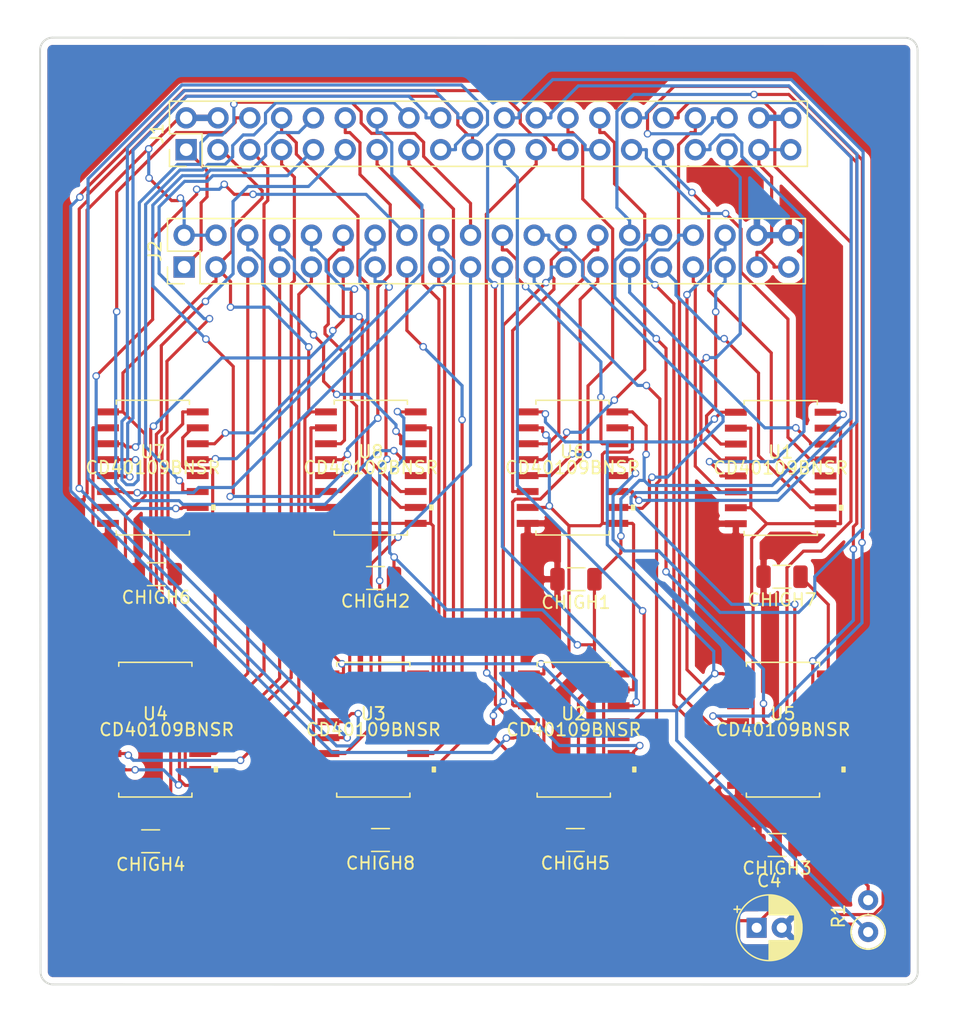
<source format=kicad_pcb>
(kicad_pcb (version 20171130) (host pcbnew 5.1.10)
  (layers (0 F.Cu signal) (31 B.Cu signal) (34 B.Paste user) (35 F.Paste user) (36 B.SilkS user) (37 F.SilkS user) (38 B.Mask user) (39 F.Mask user) (44 Edge.Cuts user))
  (net 0 "")
  (net 1 GND)
  (net 2 +3V3)
  (net 3 +15V)
  (net 4 /NC)
  (net 5 /PA9_HIGH)
  (net 6 /PA10_HIGH)
  (net 7 /PA11_HIGH)
  (net 8 /PB10_HIGH)
  (net 9 /PA12_HIGH)
  (net 10 /PB5_HIGH)
  (net 11 /PA13_HIGH)
  (net 12 /PB6_HIGH)
  (net 13 /PA14_HIGH)
  (net 14 /PA0_HIGH)
  (net 15 /PA15_HIGH)
  (net 16 /PC7_HIGH)
  (net 17 /PC0_HIGH)
  (net 18 /PB8_HIGH)
  (net 19 /PC1_HIGH)
  (net 20 /PB9_HIGH)
  (net 21 /PC2_HIGH)
  (net 22 /PA6_HIGH)
  (net 23 /PC3_HIGH)
  (net 24 /PA7_HIGH)
  (net 25 /PC4_HIGH)
  (net 26 /PA1_HIGH)
  (net 27 /PC5_HIGH)
  (net 28 /PA2_HIGH)
  (net 29 /PC6_HIGH)
  (net 30 /PA3_HIGH)
  (net 31 /PC8_HIGH)
  (net 32 /PA4_HIGH)
  (net 33 /PC9_HIGH)
  (net 34 /PA5_HIGH)
  (net 35 /PC10_HIGH)
  (net 36 /PA8_HIGH)
  (net 37 /+5V)
  (net 38 /PA9_5V)
  (net 39 /PA10_5V)
  (net 40 /PA11_5V)
  (net 41 /PB10_5V)
  (net 42 /PA12_5V)
  (net 43 /PB5_5V)
  (net 44 /PA13_5V)
  (net 45 /PB6_5V)
  (net 46 /PA14_5V)
  (net 47 /PA0_5V)
  (net 48 /PA15_5V)
  (net 49 /PC7_5V)
  (net 50 /PC0_5V)
  (net 51 /PB8_5V)
  (net 52 /PC1_5V)
  (net 53 /PB9_5V)
  (net 54 /PC2_5V)
  (net 55 /PA6_5V)
  (net 56 /PC3_5V)
  (net 57 /PA7_5V)
  (net 58 /PC4_5V)
  (net 59 /PA1_5V)
  (net 60 /PC5_5V)
  (net 61 /PA2_5V)
  (net 62 /PC6_5V)
  (net 63 /PA3_5V)
  (net 64 /PC8_5V)
  (net 65 /PA4_5V)
  (net 66 /PC9_5V)
  (net 67 /PA5_5V)
  (net 68 /PC10_5V)
  (net 69 /PA8_5V)
  (net 70 /PULLUP_HIGH)
  (module Resistor_THT:R_Axial_DIN0207_L6.3mm_D2.5mm_P2.54mm_Vertical (layer F.Cu) (at 195.7 116.04 90)
    (fp_text reference R1 (at 1.27 -2.37 90) (layer F.SilkS))
    (fp_text value 1K)
    (pad 2 thru_hole oval (at 2.54 0 90) (size 1.6 1.6) (drill 0.8) (layers *.Cu *.Mask) (net 70 /PULLUP_HIGH))
    (pad 1 thru_hole circle (at 0 0 90) (size 1.6 1.6) (drill 0.8) (layers *.Cu *.Mask) (net 2 +3V3))
  )
  (module CD40109BNSR:CD40109BNSR (layer F.Cu) (at 156 79)
    (fp_text reference U8 (at 0 -1.27) (layer F.SilkS))
    (fp_text value CD40109BNSR (at 0 0) (layer F.SilkS))
    (pad 16 smd rect (at 3.5814 -4.445) (size 1.741399 0.558) (layers F.Cu F.Paste F.Mask) (net 3 +15V))
    (pad 15 smd rect (at 3.5814 -3.175) (size 1.741399 0.558) (layers F.Cu F.Paste F.Mask) (net 70 /PULLUP_HIGH))
    (pad 14 smd rect (at 3.5814 -1.905) (size 1.741399 0.558) (layers F.Cu F.Paste F.Mask) (net 68 /PC10_5V))
    (pad 13 smd rect (at 3.5814 -0.635) (size 1.741399 0.558) (layers F.Cu F.Paste F.Mask) (net 35 /PC10_HIGH))
    (pad 12 smd rect (at 3.5814 0.635) (size 1.741399 0.558) (layers F.Cu F.Paste F.Mask))
    (pad 11 smd rect (at 3.5814 1.905) (size 1.741399 0.558) (layers F.Cu F.Paste F.Mask) (net 33 /PC9_HIGH))
    (pad 10 smd rect (at 3.5814 3.175) (size 1.741399 0.558) (layers F.Cu F.Paste F.Mask) (net 66 /PC9_5V))
    (pad 9 smd rect (at 3.5814 4.445) (size 1.741399 0.558) (layers F.Cu F.Paste F.Mask) (net 70 /PULLUP_HIGH))
    (pad 8 smd rect (at -3.5814 4.445) (size 1.741399 0.558) (layers F.Cu F.Paste F.Mask) (net 1 GND))
    (pad 7 smd rect (at -3.5814 3.175) (size 1.741399 0.558) (layers F.Cu F.Paste F.Mask) (net 70 /PULLUP_HIGH))
    (pad 6 smd rect (at -3.5814 1.905) (size 1.741399 0.558) (layers F.Cu F.Paste F.Mask) (net 64 /PC8_5V))
    (pad 5 smd rect (at -3.5814 0.635) (size 1.741399 0.558) (layers F.Cu F.Paste F.Mask) (net 31 /PC8_HIGH))
    (pad 4 smd rect (at -3.5814 -0.635) (size 1.741399 0.558) (layers F.Cu F.Paste F.Mask) (net 29 /PC6_HIGH))
    (pad 3 smd rect (at -3.5814 -1.905) (size 1.741399 0.558) (layers F.Cu F.Paste F.Mask) (net 62 /PC6_5V))
    (pad 2 smd rect (at -3.5814 -3.175) (size 1.741399 0.558) (layers F.Cu F.Paste F.Mask) (net 70 /PULLUP_HIGH))
    (pad 1 smd rect (at -3.5814 -4.445) (size 1.741399 0.558) (layers F.Cu F.Paste F.Mask) (net 2 +3V3))
  )
  (module CD40109BNSR:CD40109BNSR (layer F.Cu) (at 138.6 79)
    (fp_text reference U7 (at 0 -1.27) (layer F.SilkS))
    (fp_text value CD40109BNSR (at 0 0) (layer F.SilkS))
    (pad 16 smd rect (at 3.5814 -4.445) (size 1.741399 0.558) (layers F.Cu F.Paste F.Mask) (net 3 +15V))
    (pad 15 smd rect (at 3.5814 -3.175) (size 1.741399 0.558) (layers F.Cu F.Paste F.Mask) (net 70 /PULLUP_HIGH))
    (pad 14 smd rect (at 3.5814 -1.905) (size 1.741399 0.558) (layers F.Cu F.Paste F.Mask) (net 60 /PC5_5V))
    (pad 13 smd rect (at 3.5814 -0.635) (size 1.741399 0.558) (layers F.Cu F.Paste F.Mask) (net 27 /PC5_HIGH))
    (pad 12 smd rect (at 3.5814 0.635) (size 1.741399 0.558) (layers F.Cu F.Paste F.Mask))
    (pad 11 smd rect (at 3.5814 1.905) (size 1.741399 0.558) (layers F.Cu F.Paste F.Mask) (net 25 /PC4_HIGH))
    (pad 10 smd rect (at 3.5814 3.175) (size 1.741399 0.558) (layers F.Cu F.Paste F.Mask) (net 58 /PC4_5V))
    (pad 9 smd rect (at 3.5814 4.445) (size 1.741399 0.558) (layers F.Cu F.Paste F.Mask) (net 70 /PULLUP_HIGH))
    (pad 8 smd rect (at -3.5814 4.445) (size 1.741399 0.558) (layers F.Cu F.Paste F.Mask) (net 1 GND))
    (pad 7 smd rect (at -3.5814 3.175) (size 1.741399 0.558) (layers F.Cu F.Paste F.Mask) (net 70 /PULLUP_HIGH))
    (pad 6 smd rect (at -3.5814 1.905) (size 1.741399 0.558) (layers F.Cu F.Paste F.Mask) (net 56 /PC3_5V))
    (pad 5 smd rect (at -3.5814 0.635) (size 1.741399 0.558) (layers F.Cu F.Paste F.Mask) (net 23 /PC3_HIGH))
    (pad 4 smd rect (at -3.5814 -0.635) (size 1.741399 0.558) (layers F.Cu F.Paste F.Mask) (net 21 /PC2_HIGH))
    (pad 3 smd rect (at -3.5814 -1.905) (size 1.741399 0.558) (layers F.Cu F.Paste F.Mask) (net 54 /PC2_5V))
    (pad 2 smd rect (at -3.5814 -3.175) (size 1.741399 0.558) (layers F.Cu F.Paste F.Mask) (net 70 /PULLUP_HIGH))
    (pad 1 smd rect (at -3.5814 -4.445) (size 1.741399 0.558) (layers F.Cu F.Paste F.Mask) (net 2 +3V3))
  )
  (module CD40109BNSR:CD40109BNSR (layer F.Cu) (at 172.1 79)
    (fp_text reference U6 (at 0 -1.27) (layer F.SilkS))
    (fp_text value CD40109BNSR (at 0 0) (layer F.SilkS))
    (pad 16 smd rect (at 3.5814 -4.445) (size 1.741399 0.558) (layers F.Cu F.Paste F.Mask) (net 3 +15V))
    (pad 15 smd rect (at 3.5814 -3.175) (size 1.741399 0.558) (layers F.Cu F.Paste F.Mask) (net 70 /PULLUP_HIGH))
    (pad 14 smd rect (at 3.5814 -1.905) (size 1.741399 0.558) (layers F.Cu F.Paste F.Mask) (net 52 /PC1_5V))
    (pad 13 smd rect (at 3.5814 -0.635) (size 1.741399 0.558) (layers F.Cu F.Paste F.Mask) (net 19 /PC1_HIGH))
    (pad 12 smd rect (at 3.5814 0.635) (size 1.741399 0.558) (layers F.Cu F.Paste F.Mask))
    (pad 11 smd rect (at 3.5814 1.905) (size 1.741399 0.558) (layers F.Cu F.Paste F.Mask) (net 17 /PC0_HIGH))
    (pad 10 smd rect (at 3.5814 3.175) (size 1.741399 0.558) (layers F.Cu F.Paste F.Mask) (net 50 /PC0_5V))
    (pad 9 smd rect (at 3.5814 4.445) (size 1.741399 0.558) (layers F.Cu F.Paste F.Mask) (net 70 /PULLUP_HIGH))
    (pad 8 smd rect (at -3.5814 4.445) (size 1.741399 0.558) (layers F.Cu F.Paste F.Mask) (net 1 GND))
    (pad 7 smd rect (at -3.5814 3.175) (size 1.741399 0.558) (layers F.Cu F.Paste F.Mask) (net 70 /PULLUP_HIGH))
    (pad 6 smd rect (at -3.5814 1.905) (size 1.741399 0.558) (layers F.Cu F.Paste F.Mask) (net 48 /PA15_5V))
    (pad 5 smd rect (at -3.5814 0.635) (size 1.741399 0.558) (layers F.Cu F.Paste F.Mask) (net 15 /PA15_HIGH))
    (pad 4 smd rect (at -3.5814 -0.635) (size 1.741399 0.558) (layers F.Cu F.Paste F.Mask) (net 13 /PA14_HIGH))
    (pad 3 smd rect (at -3.5814 -1.905) (size 1.741399 0.558) (layers F.Cu F.Paste F.Mask) (net 46 /PA14_5V))
    (pad 2 smd rect (at -3.5814 -3.175) (size 1.741399 0.558) (layers F.Cu F.Paste F.Mask) (net 70 /PULLUP_HIGH))
    (pad 1 smd rect (at -3.5814 -4.445) (size 1.741399 0.558) (layers F.Cu F.Paste F.Mask) (net 2 +3V3))
  )
  (module CD40109BNSR:CD40109BNSR (layer F.Cu) (at 188.9 99.9)
    (fp_text reference U5 (at 0 -1.27) (layer F.SilkS))
    (fp_text value CD40109BNSR (at 0 0) (layer F.SilkS))
    (pad 16 smd rect (at 3.5814 -4.445) (size 1.741399 0.558) (layers F.Cu F.Paste F.Mask) (net 3 +15V))
    (pad 15 smd rect (at 3.5814 -3.175) (size 1.741399 0.558) (layers F.Cu F.Paste F.Mask) (net 70 /PULLUP_HIGH))
    (pad 14 smd rect (at 3.5814 -1.905) (size 1.741399 0.558) (layers F.Cu F.Paste F.Mask) (net 44 /PA13_5V))
    (pad 13 smd rect (at 3.5814 -0.635) (size 1.741399 0.558) (layers F.Cu F.Paste F.Mask) (net 11 /PA13_HIGH))
    (pad 12 smd rect (at 3.5814 0.635) (size 1.741399 0.558) (layers F.Cu F.Paste F.Mask))
    (pad 11 smd rect (at 3.5814 1.905) (size 1.741399 0.558) (layers F.Cu F.Paste F.Mask) (net 9 /PA12_HIGH))
    (pad 10 smd rect (at 3.5814 3.175) (size 1.741399 0.558) (layers F.Cu F.Paste F.Mask) (net 42 /PA12_5V))
    (pad 9 smd rect (at 3.5814 4.445) (size 1.741399 0.558) (layers F.Cu F.Paste F.Mask) (net 70 /PULLUP_HIGH))
    (pad 8 smd rect (at -3.5814 4.445) (size 1.741399 0.558) (layers F.Cu F.Paste F.Mask) (net 1 GND))
    (pad 7 smd rect (at -3.5814 3.175) (size 1.741399 0.558) (layers F.Cu F.Paste F.Mask) (net 70 /PULLUP_HIGH))
    (pad 6 smd rect (at -3.5814 1.905) (size 1.741399 0.558) (layers F.Cu F.Paste F.Mask) (net 40 /PA11_5V))
    (pad 5 smd rect (at -3.5814 0.635) (size 1.741399 0.558) (layers F.Cu F.Paste F.Mask) (net 7 /PA11_HIGH))
    (pad 4 smd rect (at -3.5814 -0.635) (size 1.741399 0.558) (layers F.Cu F.Paste F.Mask) (net 5 /PA9_HIGH))
    (pad 3 smd rect (at -3.5814 -1.905) (size 1.741399 0.558) (layers F.Cu F.Paste F.Mask) (net 38 /PA9_5V))
    (pad 2 smd rect (at -3.5814 -3.175) (size 1.741399 0.558) (layers F.Cu F.Paste F.Mask) (net 70 /PULLUP_HIGH))
    (pad 1 smd rect (at -3.5814 -4.445) (size 1.741399 0.558) (layers F.Cu F.Paste F.Mask) (net 2 +3V3))
  )
  (module CD40109BNSR:CD40109BNSR (layer F.Cu) (at 138.8 99.9)
    (fp_text reference U4 (at 0 -1.27) (layer F.SilkS))
    (fp_text value CD40109BNSR (at 0.9 0) (layer F.SilkS))
    (pad 16 smd rect (at 3.5814 -4.445) (size 1.741399 0.558) (layers F.Cu F.Paste F.Mask) (net 3 +15V))
    (pad 15 smd rect (at 3.5814 -3.175) (size 1.741399 0.558) (layers F.Cu F.Paste F.Mask) (net 70 /PULLUP_HIGH))
    (pad 14 smd rect (at 3.5814 -1.905) (size 1.741399 0.558) (layers F.Cu F.Paste F.Mask) (net 69 /PA8_5V))
    (pad 13 smd rect (at 3.5814 -0.635) (size 1.741399 0.558) (layers F.Cu F.Paste F.Mask) (net 36 /PA8_HIGH))
    (pad 12 smd rect (at 3.5814 0.635) (size 1.741399 0.558) (layers F.Cu F.Paste F.Mask))
    (pad 11 smd rect (at 3.5814 1.905) (size 1.741399 0.558) (layers F.Cu F.Paste F.Mask) (net 34 /PA5_HIGH))
    (pad 10 smd rect (at 3.5814 3.175) (size 1.741399 0.558) (layers F.Cu F.Paste F.Mask) (net 67 /PA5_5V))
    (pad 9 smd rect (at 3.5814 4.445) (size 1.741399 0.558) (layers F.Cu F.Paste F.Mask) (net 70 /PULLUP_HIGH))
    (pad 8 smd rect (at -3.5814 4.445) (size 1.741399 0.558) (layers F.Cu F.Paste F.Mask) (net 1 GND))
    (pad 7 smd rect (at -3.5814 3.175) (size 1.741399 0.558) (layers F.Cu F.Paste F.Mask) (net 70 /PULLUP_HIGH))
    (pad 6 smd rect (at -3.5814 1.905) (size 1.741399 0.558) (layers F.Cu F.Paste F.Mask) (net 65 /PA4_5V))
    (pad 5 smd rect (at -3.5814 0.635) (size 1.741399 0.558) (layers F.Cu F.Paste F.Mask) (net 32 /PA4_HIGH))
    (pad 4 smd rect (at -3.5814 -0.635) (size 1.741399 0.558) (layers F.Cu F.Paste F.Mask) (net 30 /PA3_HIGH))
    (pad 3 smd rect (at -3.5814 -1.905) (size 1.741399 0.558) (layers F.Cu F.Paste F.Mask) (net 63 /PA3_5V))
    (pad 2 smd rect (at -3.5814 -3.175) (size 1.741399 0.558) (layers F.Cu F.Paste F.Mask) (net 70 /PULLUP_HIGH))
    (pad 1 smd rect (at -3.5814 -4.445) (size 1.741399 0.558) (layers F.Cu F.Paste F.Mask) (net 2 +3V3))
  )
  (module CD40109BNSR:CD40109BNSR (layer F.Cu) (at 156.2 99.9)
    (fp_text reference U3 (at 0 -1.27) (layer F.SilkS))
    (fp_text value CD40109BNSR (at 0 0) (layer F.SilkS))
    (pad 16 smd rect (at 3.5814 -4.445) (size 1.741399 0.558) (layers F.Cu F.Paste F.Mask) (net 3 +15V))
    (pad 15 smd rect (at 3.5814 -3.175) (size 1.741399 0.558) (layers F.Cu F.Paste F.Mask) (net 70 /PULLUP_HIGH))
    (pad 14 smd rect (at 3.5814 -1.905) (size 1.741399 0.558) (layers F.Cu F.Paste F.Mask) (net 61 /PA2_5V))
    (pad 13 smd rect (at 3.5814 -0.635) (size 1.741399 0.558) (layers F.Cu F.Paste F.Mask) (net 28 /PA2_HIGH))
    (pad 12 smd rect (at 3.5814 0.635) (size 1.741399 0.558) (layers F.Cu F.Paste F.Mask))
    (pad 11 smd rect (at 3.5814 1.905) (size 1.741399 0.558) (layers F.Cu F.Paste F.Mask) (net 26 /PA1_HIGH))
    (pad 10 smd rect (at 3.5814 3.175) (size 1.741399 0.558) (layers F.Cu F.Paste F.Mask) (net 59 /PA1_5V))
    (pad 9 smd rect (at 3.5814 4.445) (size 1.741399 0.558) (layers F.Cu F.Paste F.Mask) (net 70 /PULLUP_HIGH))
    (pad 8 smd rect (at -3.5814 4.445) (size 1.741399 0.558) (layers F.Cu F.Paste F.Mask) (net 1 GND))
    (pad 7 smd rect (at -3.5814 3.175) (size 1.741399 0.558) (layers F.Cu F.Paste F.Mask) (net 70 /PULLUP_HIGH))
    (pad 6 smd rect (at -3.5814 1.905) (size 1.741399 0.558) (layers F.Cu F.Paste F.Mask) (net 57 /PA7_5V))
    (pad 5 smd rect (at -3.5814 0.635) (size 1.741399 0.558) (layers F.Cu F.Paste F.Mask) (net 24 /PA7_HIGH))
    (pad 4 smd rect (at -3.5814 -0.635) (size 1.741399 0.558) (layers F.Cu F.Paste F.Mask) (net 22 /PA6_HIGH))
    (pad 3 smd rect (at -3.5814 -1.905) (size 1.741399 0.558) (layers F.Cu F.Paste F.Mask) (net 55 /PA6_5V))
    (pad 2 smd rect (at -3.5814 -3.175) (size 1.741399 0.558) (layers F.Cu F.Paste F.Mask) (net 70 /PULLUP_HIGH))
    (pad 1 smd rect (at -3.5814 -4.445) (size 1.741399 0.558) (layers F.Cu F.Paste F.Mask) (net 2 +3V3))
  )
  (module CD40109BNSR:CD40109BNSR (layer F.Cu) (at 172.2 99.9)
    (fp_text reference U2 (at 0 -1.27) (layer F.SilkS))
    (fp_text value CD40109BNSR (at 0 0) (layer F.SilkS))
    (pad 16 smd rect (at 3.5814 -4.445) (size 1.741399 0.558) (layers F.Cu F.Paste F.Mask) (net 3 +15V))
    (pad 15 smd rect (at 3.5814 -3.175) (size 1.741399 0.558) (layers F.Cu F.Paste F.Mask) (net 70 /PULLUP_HIGH))
    (pad 14 smd rect (at 3.5814 -1.905) (size 1.741399 0.558) (layers F.Cu F.Paste F.Mask) (net 53 /PB9_5V))
    (pad 13 smd rect (at 3.5814 -0.635) (size 1.741399 0.558) (layers F.Cu F.Paste F.Mask) (net 20 /PB9_HIGH))
    (pad 12 smd rect (at 3.5814 0.635) (size 1.741399 0.558) (layers F.Cu F.Paste F.Mask))
    (pad 11 smd rect (at 3.5814 1.905) (size 1.741399 0.558) (layers F.Cu F.Paste F.Mask) (net 18 /PB8_HIGH))
    (pad 10 smd rect (at 3.5814 3.175) (size 1.741399 0.558) (layers F.Cu F.Paste F.Mask) (net 51 /PB8_5V))
    (pad 9 smd rect (at 3.5814 4.445) (size 1.741399 0.558) (layers F.Cu F.Paste F.Mask) (net 70 /PULLUP_HIGH))
    (pad 8 smd rect (at -3.5814 4.445) (size 1.741399 0.558) (layers F.Cu F.Paste F.Mask) (net 1 GND))
    (pad 7 smd rect (at -3.5814 3.175) (size 1.741399 0.558) (layers F.Cu F.Paste F.Mask) (net 70 /PULLUP_HIGH))
    (pad 6 smd rect (at -3.5814 1.905) (size 1.741399 0.558) (layers F.Cu F.Paste F.Mask) (net 49 /PC7_5V))
    (pad 5 smd rect (at -3.5814 0.635) (size 1.741399 0.558) (layers F.Cu F.Paste F.Mask) (net 16 /PC7_HIGH))
    (pad 4 smd rect (at -3.5814 -0.635) (size 1.741399 0.558) (layers F.Cu F.Paste F.Mask) (net 14 /PA0_HIGH))
    (pad 3 smd rect (at -3.5814 -1.905) (size 1.741399 0.558) (layers F.Cu F.Paste F.Mask) (net 47 /PA0_5V))
    (pad 2 smd rect (at -3.5814 -3.175) (size 1.741399 0.558) (layers F.Cu F.Paste F.Mask) (net 70 /PULLUP_HIGH))
    (pad 1 smd rect (at -3.5814 -4.445) (size 1.741399 0.558) (layers F.Cu F.Paste F.Mask) (net 2 +3V3))
  )
  (module CD40109BNSR:CD40109BNSR (layer F.Cu) (at 188.719 79.0241)
    (fp_text reference U1 (at 0 -1.27) (layer F.SilkS))
    (fp_text value CD40109BNSR (at 0 0) (layer F.SilkS))
    (pad 16 smd rect (at 3.5814 -4.445) (size 1.741399 0.558) (layers F.Cu F.Paste F.Mask) (net 3 +15V))
    (pad 15 smd rect (at 3.5814 -3.175) (size 1.741399 0.558) (layers F.Cu F.Paste F.Mask) (net 70 /PULLUP_HIGH))
    (pad 14 smd rect (at 3.5814 -1.905) (size 1.741399 0.558) (layers F.Cu F.Paste F.Mask) (net 45 /PB6_5V))
    (pad 13 smd rect (at 3.5814 -0.635) (size 1.741399 0.558) (layers F.Cu F.Paste F.Mask) (net 12 /PB6_HIGH))
    (pad 12 smd rect (at 3.5814 0.635) (size 1.741399 0.558) (layers F.Cu F.Paste F.Mask))
    (pad 11 smd rect (at 3.5814 1.905) (size 1.741399 0.558) (layers F.Cu F.Paste F.Mask) (net 10 /PB5_HIGH))
    (pad 10 smd rect (at 3.5814 3.175) (size 1.741399 0.558) (layers F.Cu F.Paste F.Mask) (net 43 /PB5_5V))
    (pad 9 smd rect (at 3.5814 4.445) (size 1.741399 0.558) (layers F.Cu F.Paste F.Mask) (net 70 /PULLUP_HIGH))
    (pad 8 smd rect (at -3.5814 4.445) (size 1.741399 0.558) (layers F.Cu F.Paste F.Mask) (net 1 GND))
    (pad 7 smd rect (at -3.5814 3.175) (size 1.741399 0.558) (layers F.Cu F.Paste F.Mask) (net 70 /PULLUP_HIGH))
    (pad 6 smd rect (at -3.5814 1.905) (size 1.741399 0.558) (layers F.Cu F.Paste F.Mask) (net 41 /PB10_5V))
    (pad 5 smd rect (at -3.5814 0.635) (size 1.741399 0.558) (layers F.Cu F.Paste F.Mask) (net 8 /PB10_HIGH))
    (pad 4 smd rect (at -3.5814 -0.635) (size 1.741399 0.558) (layers F.Cu F.Paste F.Mask) (net 6 /PA10_HIGH))
    (pad 3 smd rect (at -3.5814 -1.905) (size 1.741399 0.558) (layers F.Cu F.Paste F.Mask) (net 39 /PA10_5V))
    (pad 2 smd rect (at -3.5814 -3.175) (size 1.741399 0.558) (layers F.Cu F.Paste F.Mask) (net 70 /PULLUP_HIGH))
    (pad 1 smd rect (at -3.5814 -4.445) (size 1.741399 0.558) (layers F.Cu F.Paste F.Mask) (net 2 +3V3))
  )
  (module Connector_PinHeader_2.54mm:PinHeader_2x20_P2.54mm_Vertical (layer F.Cu) (at 141.1 63 90)
    (fp_text reference J2 (at 1.27 -2.33 90) (layer F.SilkS))
    (fp_text value Conn_02x20_Odd_Even)
    (pad 40 thru_hole oval (at 2.54 48.26 90) (size 1.7 1.7) (drill 1) (layers *.Cu *.Mask) (net 1 GND))
    (pad 39 thru_hole oval (at 0 48.26 90) (size 1.7 1.7) (drill 1) (layers *.Cu *.Mask) (net 4 /NC))
    (pad 38 thru_hole oval (at 2.54 45.72 90) (size 1.7 1.7) (drill 1) (layers *.Cu *.Mask) (net 1 GND))
    (pad 37 thru_hole oval (at 0 45.72 90) (size 1.7 1.7) (drill 1) (layers *.Cu *.Mask) (net 4 /NC))
    (pad 36 thru_hole oval (at 2.54 43.18 90) (size 1.7 1.7) (drill 1) (layers *.Cu *.Mask) (net 38 /PA9_5V))
    (pad 35 thru_hole oval (at 0 43.18 90) (size 1.7 1.7) (drill 1) (layers *.Cu *.Mask) (net 39 /PA10_5V))
    (pad 34 thru_hole oval (at 2.54 40.64 90) (size 1.7 1.7) (drill 1) (layers *.Cu *.Mask) (net 40 /PA11_5V))
    (pad 33 thru_hole oval (at 0 40.64 90) (size 1.7 1.7) (drill 1) (layers *.Cu *.Mask) (net 41 /PB10_5V))
    (pad 32 thru_hole oval (at 2.54 38.1 90) (size 1.7 1.7) (drill 1) (layers *.Cu *.Mask) (net 42 /PA12_5V))
    (pad 31 thru_hole oval (at 0 38.1 90) (size 1.7 1.7) (drill 1) (layers *.Cu *.Mask) (net 43 /PB5_5V))
    (pad 30 thru_hole oval (at 2.54 35.56 90) (size 1.7 1.7) (drill 1) (layers *.Cu *.Mask) (net 44 /PA13_5V))
    (pad 29 thru_hole oval (at 0 35.56 90) (size 1.7 1.7) (drill 1) (layers *.Cu *.Mask) (net 45 /PB6_5V))
    (pad 28 thru_hole oval (at 2.54 33.02 90) (size 1.7 1.7) (drill 1) (layers *.Cu *.Mask) (net 46 /PA14_5V))
    (pad 27 thru_hole oval (at 0 33.02 90) (size 1.7 1.7) (drill 1) (layers *.Cu *.Mask) (net 47 /PA0_5V))
    (pad 26 thru_hole oval (at 2.54 30.48 90) (size 1.7 1.7) (drill 1) (layers *.Cu *.Mask) (net 48 /PA15_5V))
    (pad 25 thru_hole oval (at 0 30.48 90) (size 1.7 1.7) (drill 1) (layers *.Cu *.Mask) (net 49 /PC7_5V))
    (pad 24 thru_hole oval (at 2.54 27.94 90) (size 1.7 1.7) (drill 1) (layers *.Cu *.Mask) (net 50 /PC0_5V))
    (pad 23 thru_hole oval (at 0 27.94 90) (size 1.7 1.7) (drill 1) (layers *.Cu *.Mask) (net 51 /PB8_5V))
    (pad 22 thru_hole oval (at 2.54 25.4 90) (size 1.7 1.7) (drill 1) (layers *.Cu *.Mask) (net 52 /PC1_5V))
    (pad 21 thru_hole oval (at 0 25.4 90) (size 1.7 1.7) (drill 1) (layers *.Cu *.Mask) (net 53 /PB9_5V))
    (pad 20 thru_hole oval (at 2.54 22.86 90) (size 1.7 1.7) (drill 1) (layers *.Cu *.Mask) (net 54 /PC2_5V))
    (pad 19 thru_hole oval (at 0 22.86 90) (size 1.7 1.7) (drill 1) (layers *.Cu *.Mask) (net 55 /PA6_5V))
    (pad 18 thru_hole oval (at 2.54 20.32 90) (size 1.7 1.7) (drill 1) (layers *.Cu *.Mask) (net 56 /PC3_5V))
    (pad 17 thru_hole oval (at 0 20.32 90) (size 1.7 1.7) (drill 1) (layers *.Cu *.Mask) (net 57 /PA7_5V))
    (pad 16 thru_hole oval (at 2.54 17.78 90) (size 1.7 1.7) (drill 1) (layers *.Cu *.Mask) (net 58 /PC4_5V))
    (pad 15 thru_hole oval (at 0 17.78 90) (size 1.7 1.7) (drill 1) (layers *.Cu *.Mask) (net 59 /PA1_5V))
    (pad 14 thru_hole oval (at 2.54 15.24 90) (size 1.7 1.7) (drill 1) (layers *.Cu *.Mask) (net 60 /PC5_5V))
    (pad 13 thru_hole oval (at 0 15.24 90) (size 1.7 1.7) (drill 1) (layers *.Cu *.Mask) (net 61 /PA2_5V))
    (pad 12 thru_hole oval (at 2.54 12.7 90) (size 1.7 1.7) (drill 1) (layers *.Cu *.Mask) (net 62 /PC6_5V))
    (pad 11 thru_hole oval (at 0 12.7 90) (size 1.7 1.7) (drill 1) (layers *.Cu *.Mask) (net 63 /PA3_5V))
    (pad 10 thru_hole oval (at 2.54 10.16 90) (size 1.7 1.7) (drill 1) (layers *.Cu *.Mask) (net 64 /PC8_5V))
    (pad 9 thru_hole oval (at 0 10.16 90) (size 1.7 1.7) (drill 1) (layers *.Cu *.Mask) (net 65 /PA4_5V))
    (pad 8 thru_hole oval (at 2.54 7.62 90) (size 1.7 1.7) (drill 1) (layers *.Cu *.Mask) (net 66 /PC9_5V))
    (pad 7 thru_hole oval (at 0 7.62 90) (size 1.7 1.7) (drill 1) (layers *.Cu *.Mask) (net 67 /PA5_5V))
    (pad 6 thru_hole oval (at 2.54 5.08 90) (size 1.7 1.7) (drill 1) (layers *.Cu *.Mask) (net 68 /PC10_5V))
    (pad 5 thru_hole oval (at 0 5.08 90) (size 1.7 1.7) (drill 1) (layers *.Cu *.Mask) (net 69 /PA8_5V))
    (pad 4 thru_hole oval (at 2.54 2.54 90) (size 1.7 1.7) (drill 1) (layers *.Cu *.Mask) (net 1 GND))
    (pad 3 thru_hole oval (at 0 2.54 90) (size 1.7 1.7) (drill 1) (layers *.Cu *.Mask) (net 2 +3V3))
    (pad 2 thru_hole oval (at 2.54 0 90) (size 1.7 1.7) (drill 1) (layers *.Cu *.Mask) (net 1 GND))
    (pad 1 thru_hole rect (at 0 0 90) (size 1.7 1.7) (drill 1) (layers *.Cu *.Mask) (net 37 /+5V))
  )
  (module Connector_PinHeader_2.54mm:PinHeader_2x20_P2.54mm_Vertical (layer F.Cu) (at 141.26 53.64 90)
    (fp_text reference J1 (at 1.27 -2.33 90) (layer F.SilkS))
    (fp_text value Conn_02x20_Odd_Even)
    (pad 40 thru_hole oval (at 2.54 48.26 90) (size 1.7 1.7) (drill 1) (layers *.Cu *.Mask) (net 1 GND))
    (pad 39 thru_hole oval (at 0 48.26 90) (size 1.7 1.7) (drill 1) (layers *.Cu *.Mask) (net 4 /NC))
    (pad 38 thru_hole oval (at 2.54 45.72 90) (size 1.7 1.7) (drill 1) (layers *.Cu *.Mask) (net 1 GND))
    (pad 37 thru_hole oval (at 0 45.72 90) (size 1.7 1.7) (drill 1) (layers *.Cu *.Mask) (net 4 /NC))
    (pad 36 thru_hole oval (at 2.54 43.18 90) (size 1.7 1.7) (drill 1) (layers *.Cu *.Mask) (net 5 /PA9_HIGH))
    (pad 35 thru_hole oval (at 0 43.18 90) (size 1.7 1.7) (drill 1) (layers *.Cu *.Mask) (net 6 /PA10_HIGH))
    (pad 34 thru_hole oval (at 2.54 40.64 90) (size 1.7 1.7) (drill 1) (layers *.Cu *.Mask) (net 7 /PA11_HIGH))
    (pad 33 thru_hole oval (at 0 40.64 90) (size 1.7 1.7) (drill 1) (layers *.Cu *.Mask) (net 8 /PB10_HIGH))
    (pad 32 thru_hole oval (at 2.54 38.1 90) (size 1.7 1.7) (drill 1) (layers *.Cu *.Mask) (net 9 /PA12_HIGH))
    (pad 31 thru_hole oval (at 0 38.1 90) (size 1.7 1.7) (drill 1) (layers *.Cu *.Mask) (net 10 /PB5_HIGH))
    (pad 30 thru_hole oval (at 2.54 35.56 90) (size 1.7 1.7) (drill 1) (layers *.Cu *.Mask) (net 11 /PA13_HIGH))
    (pad 29 thru_hole oval (at 0 35.56 90) (size 1.7 1.7) (drill 1) (layers *.Cu *.Mask) (net 12 /PB6_HIGH))
    (pad 28 thru_hole oval (at 2.54 33.02 90) (size 1.7 1.7) (drill 1) (layers *.Cu *.Mask) (net 13 /PA14_HIGH))
    (pad 27 thru_hole oval (at 0 33.02 90) (size 1.7 1.7) (drill 1) (layers *.Cu *.Mask) (net 14 /PA0_HIGH))
    (pad 26 thru_hole oval (at 2.54 30.48 90) (size 1.7 1.7) (drill 1) (layers *.Cu *.Mask) (net 15 /PA15_HIGH))
    (pad 25 thru_hole oval (at 0 30.48 90) (size 1.7 1.7) (drill 1) (layers *.Cu *.Mask) (net 16 /PC7_HIGH))
    (pad 24 thru_hole oval (at 2.54 27.94 90) (size 1.7 1.7) (drill 1) (layers *.Cu *.Mask) (net 17 /PC0_HIGH))
    (pad 23 thru_hole oval (at 0 27.94 90) (size 1.7 1.7) (drill 1) (layers *.Cu *.Mask) (net 18 /PB8_HIGH))
    (pad 22 thru_hole oval (at 2.54 25.4 90) (size 1.7 1.7) (drill 1) (layers *.Cu *.Mask) (net 19 /PC1_HIGH))
    (pad 21 thru_hole oval (at 0 25.4 90) (size 1.7 1.7) (drill 1) (layers *.Cu *.Mask) (net 20 /PB9_HIGH))
    (pad 20 thru_hole oval (at 2.54 22.86 90) (size 1.7 1.7) (drill 1) (layers *.Cu *.Mask) (net 21 /PC2_HIGH))
    (pad 19 thru_hole oval (at 0 22.86 90) (size 1.7 1.7) (drill 1) (layers *.Cu *.Mask) (net 22 /PA6_HIGH))
    (pad 18 thru_hole oval (at 2.54 20.32 90) (size 1.7 1.7) (drill 1) (layers *.Cu *.Mask) (net 23 /PC3_HIGH))
    (pad 17 thru_hole oval (at 0 20.32 90) (size 1.7 1.7) (drill 1) (layers *.Cu *.Mask) (net 24 /PA7_HIGH))
    (pad 16 thru_hole oval (at 2.54 17.78 90) (size 1.7 1.7) (drill 1) (layers *.Cu *.Mask) (net 25 /PC4_HIGH))
    (pad 15 thru_hole oval (at 0 17.78 90) (size 1.7 1.7) (drill 1) (layers *.Cu *.Mask) (net 26 /PA1_HIGH))
    (pad 14 thru_hole oval (at 2.54 15.24 90) (size 1.7 1.7) (drill 1) (layers *.Cu *.Mask) (net 27 /PC5_HIGH))
    (pad 13 thru_hole oval (at 0 15.24 90) (size 1.7 1.7) (drill 1) (layers *.Cu *.Mask) (net 28 /PA2_HIGH))
    (pad 12 thru_hole oval (at 2.54 12.7 90) (size 1.7 1.7) (drill 1) (layers *.Cu *.Mask) (net 29 /PC6_HIGH))
    (pad 11 thru_hole oval (at 0 12.7 90) (size 1.7 1.7) (drill 1) (layers *.Cu *.Mask) (net 30 /PA3_HIGH))
    (pad 10 thru_hole oval (at 2.54 10.16 90) (size 1.7 1.7) (drill 1) (layers *.Cu *.Mask) (net 31 /PC8_HIGH))
    (pad 9 thru_hole oval (at 0 10.16 90) (size 1.7 1.7) (drill 1) (layers *.Cu *.Mask) (net 32 /PA4_HIGH))
    (pad 8 thru_hole oval (at 2.54 7.62 90) (size 1.7 1.7) (drill 1) (layers *.Cu *.Mask) (net 33 /PC9_HIGH))
    (pad 7 thru_hole oval (at 0 7.62 90) (size 1.7 1.7) (drill 1) (layers *.Cu *.Mask) (net 34 /PA5_HIGH))
    (pad 6 thru_hole oval (at 2.54 5.08 90) (size 1.7 1.7) (drill 1) (layers *.Cu *.Mask) (net 35 /PC10_HIGH))
    (pad 5 thru_hole oval (at 0 5.08 90) (size 1.7 1.7) (drill 1) (layers *.Cu *.Mask) (net 36 /PA8_HIGH))
    (pad 4 thru_hole oval (at 2.54 2.54 90) (size 1.7 1.7) (drill 1) (layers *.Cu *.Mask) (net 1 GND))
    (pad 3 thru_hole oval (at 0 2.54 90) (size 1.7 1.7) (drill 1) (layers *.Cu *.Mask) (net 2 +3V3))
    (pad 2 thru_hole oval (at 2.54 0 90) (size 1.7 1.7) (drill 1) (layers *.Cu *.Mask) (net 1 GND))
    (pad 1 thru_hole rect (at 0 0 90) (size 1.7 1.7) (drill 1) (layers *.Cu *.Mask) (net 37 /+5V))
  )
  (module Capacitor_SMD:C_1206_3216Metric (layer F.Cu) (at 156.775 108.7 180)
    (fp_text reference CHIGH8 (at 0 -1.85) (layer F.SilkS))
    (fp_text value C)
    (pad 2 smd roundrect (at 1.475 0 180) (size 1.15 1.8) (layers F.Cu F.Paste F.Mask) (roundrect_rratio 0.217391) (net 1 GND))
    (pad 1 smd roundrect (at -1.475 0 180) (size 1.15 1.8) (layers F.Cu F.Paste F.Mask) (roundrect_rratio 0.217391) (net 3 +15V))
  )
  (module Capacitor_SMD:C_1206_3216Metric (layer F.Cu) (at 188.825 87.7 180)
    (fp_text reference CHIGH7 (at 0 -1.85) (layer F.SilkS))
    (fp_text value C)
    (pad 2 smd roundrect (at 1.475 0 180) (size 1.15 1.8) (layers F.Cu F.Paste F.Mask) (roundrect_rratio 0.217391) (net 1 GND))
    (pad 1 smd roundrect (at -1.475 0 180) (size 1.15 1.8) (layers F.Cu F.Paste F.Mask) (roundrect_rratio 0.217391) (net 3 +15V))
  )
  (module Capacitor_SMD:C_1206_3216Metric (layer F.Cu) (at 138.875 87.5 180)
    (fp_text reference CHIGH6 (at 0 -1.85) (layer F.SilkS))
    (fp_text value C)
    (pad 2 smd roundrect (at 1.475 0 180) (size 1.15 1.8) (layers F.Cu F.Paste F.Mask) (roundrect_rratio 0.217391) (net 1 GND))
    (pad 1 smd roundrect (at -1.475 0 180) (size 1.15 1.8) (layers F.Cu F.Paste F.Mask) (roundrect_rratio 0.217391) (net 3 +15V))
  )
  (module Capacitor_SMD:C_1206_3216Metric (layer F.Cu) (at 172.325 108.7 180)
    (fp_text reference CHIGH5 (at 0 -1.85) (layer F.SilkS))
    (fp_text value C)
    (pad 2 smd roundrect (at 1.475 0 180) (size 1.15 1.8) (layers F.Cu F.Paste F.Mask) (roundrect_rratio 0.217391) (net 1 GND))
    (pad 1 smd roundrect (at -1.475 0 180) (size 1.15 1.8) (layers F.Cu F.Paste F.Mask) (roundrect_rratio 0.217391) (net 3 +15V))
  )
  (module Capacitor_SMD:C_1206_3216Metric (layer F.Cu) (at 138.425 108.8 180)
    (fp_text reference CHIGH4 (at 0 -1.85) (layer F.SilkS))
    (fp_text value C)
    (pad 2 smd roundrect (at 1.475 0 180) (size 1.15 1.8) (layers F.Cu F.Paste F.Mask) (roundrect_rratio 0.217391) (net 1 GND))
    (pad 1 smd roundrect (at -1.475 0 180) (size 1.15 1.8) (layers F.Cu F.Paste F.Mask) (roundrect_rratio 0.217391) (net 3 +15V))
  )
  (module Capacitor_SMD:C_1206_3216Metric (layer F.Cu) (at 188.425 109.1 180)
    (fp_text reference CHIGH3 (at 0 -1.85) (layer F.SilkS))
    (fp_text value C)
    (pad 2 smd roundrect (at 1.475 0 180) (size 1.15 1.8) (layers F.Cu F.Paste F.Mask) (roundrect_rratio 0.217391) (net 1 GND))
    (pad 1 smd roundrect (at -1.475 0 180) (size 1.15 1.8) (layers F.Cu F.Paste F.Mask) (roundrect_rratio 0.217391) (net 3 +15V))
  )
  (module Capacitor_SMD:C_1206_3216Metric (layer F.Cu) (at 156.375 87.8 180)
    (fp_text reference CHIGH2 (at 0 -1.85) (layer F.SilkS))
    (fp_text value C)
    (pad 2 smd roundrect (at 1.475 0 180) (size 1.15 1.8) (layers F.Cu F.Paste F.Mask) (roundrect_rratio 0.217391) (net 1 GND))
    (pad 1 smd roundrect (at -1.475 0 180) (size 1.15 1.8) (layers F.Cu F.Paste F.Mask) (roundrect_rratio 0.217391) (net 3 +15V))
  )
  (module Capacitor_SMD:C_1206_3216Metric (layer F.Cu) (at 172.375 87.9 180)
    (fp_text reference CHIGH1 (at 0 -1.85) (layer F.SilkS))
    (fp_text value C)
    (pad 2 smd roundrect (at 1.475 0 180) (size 1.15 1.8) (layers F.Cu F.Paste F.Mask) (roundrect_rratio 0.217391) (net 1 GND))
    (pad 1 smd roundrect (at -1.475 0 180) (size 1.15 1.8) (layers F.Cu F.Paste F.Mask) (roundrect_rratio 0.217391) (net 3 +15V))
  )
  (module Capacitor_THT:CP_Radial_D5.0mm_P2.00mm (layer F.Cu) (at 186.8 115.7)
    (fp_text reference C4 (at 1 -3.75) (layer F.SilkS))
    (fp_text value CP)
    (pad 2 thru_hole circle (at 2 0) (size 1.6 1.6) (drill 0.8) (layers *.Cu *.Mask) (net 1 GND))
    (pad 1 thru_hole rect (at 0 0) (size 1.6 1.6) (drill 0.8) (layers *.Cu *.Mask) (net 3 +15V))
  )
  (gr_arc (start 130.6 45.7) (end 129.6 45.7) (angle 90) (layer Edge.Cuts) (width 0.15))
  (gr_arc (start 130.637156 119.220317) (end 130.637156 120.220317) (angle 90) (layer Edge.Cuts) (width 0.15))
  (gr_arc (start 198.658135 119.225291) (end 199.658135 119.225291) (angle 90) (layer Edge.Cuts) (width 0.15))
  (gr_arc (start 198.645405 45.712708) (end 198.645405 44.712708) (angle 90) (layer Edge.Cuts) (width 0.15))
  (gr_line (start 198.645405 44.712708) (end 130.6 44.7) (layer Edge.Cuts) (width 0.15))
  (gr_line (start 199.658135 119.225291) (end 199.645405 45.712708) (layer Edge.Cuts) (width 0.15))
  (gr_line (start 129.637156 119.220317) (end 129.6 45.705) (layer Edge.Cuts) (width 0.15))
  (gr_line (start 130.637156 120.220317) (end 198.658135 120.225291) (layer Edge.Cuts) (width 0.15))
  (segment (start 133.123299 81.576701) (end 132.1 82.6) (width 0.25) (layer F.Cu) (net 1))
  (segment (start 133.123299 81.276701) (end 133.123299 81.576701) (width 0.25) (layer F.Cu) (net 1))
  (segment (start 133.352001 81.047999) (end 133.123299 81.276701) (width 0.25) (layer F.Cu) (net 1))
  (segment (start 133.352001 58.447999) (end 133.352001 81.047999) (width 0.25) (layer F.Cu) (net 1))
  (segment (start 141.26 51.1) (end 140.7 51.1) (width 0.25) (layer F.Cu) (net 1))
  (segment (start 138.3 53.542599) (end 138.271298 53.571301) (width 0.25) (layer F.Cu) (net 1))
  (segment (start 138.3 53.5) (end 138.3 53.542599) (width 0.25) (layer F.Cu) (net 1))
  (segment (start 140.7 51.1) (end 138.3 53.5) (width 0.25) (layer F.Cu) (net 1))
  (via (at 138.271298 53.571301) (size 0.6) (drill 0.4) (layers F.Cu B.Cu) (net 1))
  (segment (start 138.3 53.5) (end 133.352001 58.447999) (width 0.25) (layer F.Cu) (net 1))
  (segment (start 138.271298 53.571301) (end 138.271298 55.971298) (width 0.25) (layer B.Cu) (net 1))
  (via (at 138.3 55.9) (size 0.6) (drill 0.4) (layers F.Cu B.Cu) (net 1))
  (segment (start 138.271298 55.928702) (end 138.3 55.9) (width 0.25) (layer B.Cu) (net 1))
  (segment (start 138.271298 55.971298) (end 138.271298 55.928702) (width 0.25) (layer B.Cu) (net 1))
  (segment (start 140.1 57.7) (end 140.3 57.7) (width 0.25) (layer F.Cu) (net 1))
  (segment (start 138.3 55.9) (end 140.1 57.7) (width 0.25) (layer F.Cu) (net 1))
  (via (at 140.8 57.5) (size 0.6) (drill 0.4) (layers F.Cu B.Cu) (net 1))
  (segment (start 140.6 57.7) (end 140.8 57.5) (width 0.25) (layer F.Cu) (net 1))
  (segment (start 140.3 57.7) (end 140.6 57.7) (width 0.25) (layer F.Cu) (net 1))
  (segment (start 141.1 57.8) (end 141.1 60.46) (width 0.25) (layer B.Cu) (net 1))
  (segment (start 140.8 57.5) (end 141.1 57.8) (width 0.25) (layer B.Cu) (net 1))
  (segment (start 143.64 60.46) (end 141.1 60.46) (width 0.25) (layer B.Cu) (net 1))
  (segment (start 135.019 74.555) (end 135.0186 74.555) (width 0.25) (layer F.Cu) (net 2))
  (segment (start 135.019 74.555) (end 136.215 74.555) (width 0.25) (layer F.Cu) (net 2))
  (segment (start 168.519 74.555) (end 168.5186 74.555) (width 0.25) (layer F.Cu) (net 2))
  (segment (start 169.937 74.7125) (end 169.872 74.7125) (width 0.25) (layer F.Cu) (net 2))
  (segment (start 169.872 74.7125) (end 169.715 74.555) (width 0.25) (layer F.Cu) (net 2))
  (segment (start 169.715 74.555) (end 168.519 74.555) (width 0.25) (layer F.Cu) (net 2))
  (segment (start 135.219 95.455) (end 135.2186 95.455) (width 0.25) (layer F.Cu) (net 2))
  (segment (start 135.219 95.455) (end 136.415 95.455) (width 0.25) (layer F.Cu) (net 2))
  (segment (start 136.415 95.455) (end 136.415 82.8243) (width 0.25) (layer F.Cu) (net 2))
  (segment (start 136.415 82.8243) (end 137.983 81.2562) (width 0.25) (layer F.Cu) (net 2))
  (segment (start 137.983 81.2562) (end 137.983 76.3231) (width 0.25) (layer F.Cu) (net 2))
  (segment (start 137.983 76.3231) (end 136.215 74.555) (width 0.25) (layer F.Cu) (net 2))
  (segment (start 152.619 95.455) (end 152.6186 95.455) (width 0.25) (layer F.Cu) (net 2))
  (segment (start 152.619 95.455) (end 153.815 95.455) (width 0.25) (layer F.Cu) (net 2))
  (segment (start 153.815 95.455) (end 153.815 94.7682) (width 0.25) (layer F.Cu) (net 2))
  (segment (start 153.815 94.7682) (end 153.691 94.6442) (width 0.25) (layer F.Cu) (net 2))
  (segment (start 168.619 95.455) (end 168.6186 95.455) (width 0.25) (layer F.Cu) (net 2))
  (segment (start 169.59 94.6442) (end 169.815 94.8693) (width 0.25) (layer F.Cu) (net 2))
  (segment (start 169.815 94.8693) (end 169.815 95.455) (width 0.25) (layer F.Cu) (net 2))
  (segment (start 169.815 95.455) (end 168.619 95.455) (width 0.25) (layer F.Cu) (net 2))
  (segment (start 174.874 76.948) (end 181.601 76.948) (width 0.25) (layer B.Cu) (net 2))
  (segment (start 181.601 76.948) (end 183.426 75.1229) (width 0.25) (layer B.Cu) (net 2))
  (segment (start 183.375 95.4269) (end 183.375 93.6457) (width 0.25) (layer B.Cu) (net 2))
  (segment (start 183.375 93.6457) (end 174.874 85.1446) (width 0.25) (layer B.Cu) (net 2))
  (segment (start 174.874 85.1446) (end 174.874 76.948) (width 0.25) (layer B.Cu) (net 2))
  (segment (start 185.1376 74.5791) (end 185.138 74.5791) (width 0.25) (layer F.Cu) (net 2))
  (segment (start 183.426 75.1229) (end 183.942 74.6077) (width 0.25) (layer F.Cu) (net 2))
  (segment (start 183.942 74.6077) (end 183.942 74.5791) (width 0.25) (layer F.Cu) (net 2))
  (segment (start 183.942 74.5791) (end 185.1376 74.5791) (width 0.25) (layer F.Cu) (net 2))
  (segment (start 185.3186 95.455) (end 185.319 95.455) (width 0.25) (layer F.Cu) (net 2))
  (segment (start 183.463 95.4269) (end 184.094 95.4269) (width 0.25) (layer F.Cu) (net 2))
  (segment (start 184.094 95.4269) (end 184.123 95.455) (width 0.25) (layer F.Cu) (net 2))
  (segment (start 184.123 95.455) (end 185.3186 95.455) (width 0.25) (layer F.Cu) (net 2))
  (segment (start 152.4186 74.555) (end 151.223 74.555) (width 0.25) (layer F.Cu) (net 2))
  (segment (start 152.419 74.555) (end 152.4186 74.555) (width 0.25) (layer F.Cu) (net 2))
  (segment (start 143.64 63) (end 143.64 64.1753) (width 0.25) (layer F.Cu) (net 2))
  (segment (start 143.64 64.1753) (end 143.483 64.1753) (width 0.25) (layer F.Cu) (net 2))
  (segment (start 143.483 64.1753) (end 136.215 71.4434) (width 0.25) (layer F.Cu) (net 2))
  (segment (start 136.215 71.4434) (end 136.215 74.555) (width 0.25) (layer F.Cu) (net 2))
  (segment (start 153.691 94.6442) (end 150.738 91.6918) (width 0.25) (layer F.Cu) (net 2))
  (segment (start 150.738 91.6918) (end 150.738 75.0394) (width 0.25) (layer F.Cu) (net 2))
  (segment (start 150.738 75.0394) (end 151.223 74.555) (width 0.25) (layer F.Cu) (net 2))
  (segment (start 153.691 94.6442) (end 169.59 94.6442) (width 0.25) (layer B.Cu) (net 2))
  (segment (start 169.59 94.6442) (end 173.332 98.3869) (width 0.25) (layer B.Cu) (net 2))
  (segment (start 173.332 98.3869) (end 180.415 98.3869) (width 0.25) (layer B.Cu) (net 2))
  (segment (start 195.7 116.04) (end 180.415 100.755) (width 0.25) (layer B.Cu) (net 2))
  (segment (start 180.415 100.755) (end 180.415 98.3869) (width 0.25) (layer B.Cu) (net 2))
  (segment (start 180.415 98.3869) (end 183.375 95.4269) (width 0.25) (layer B.Cu) (net 2))
  (segment (start 183.375 95.4269) (end 183.463 95.4269) (width 0.25) (layer B.Cu) (net 2))
  (segment (start 174.874 76.948) (end 171.52 76.948) (width 0.25) (layer B.Cu) (net 2))
  (segment (start 171.52 76.948) (end 169.937 75.3656) (width 0.25) (layer B.Cu) (net 2))
  (segment (start 169.937 75.3656) (end 169.937 74.7125) (width 0.25) (layer B.Cu) (net 2))
  (via (at 169.59 94.6442) (size 0.6) (layers F.Cu B.Cu) (net 2))
  (via (at 169.937 74.7125) (size 0.6) (layers F.Cu B.Cu) (net 2))
  (via (at 153.691 94.6442) (size 0.6) (layers F.Cu B.Cu) (net 2))
  (via (at 183.463 95.4269) (size 0.6) (layers F.Cu B.Cu) (net 2))
  (via (at 183.426 75.1229) (size 0.6) (layers F.Cu B.Cu) (net 2))
  (segment (start 147.325002 56.899998) (end 147.325002 57.500002) (width 0.25) (layer F.Cu) (net 2))
  (segment (start 143.8 53.64) (end 144.065004 53.64) (width 0.25) (layer F.Cu) (net 2))
  (segment (start 147.325002 57.500002) (end 144.925003 59.900001) (width 0.25) (layer F.Cu) (net 2))
  (segment (start 144.065004 53.64) (end 147.325002 56.899998) (width 0.25) (layer F.Cu) (net 2))
  (segment (start 144.925003 59.900001) (end 144.925003 61.714997) (width 0.25) (layer F.Cu) (net 2))
  (segment (start 144.925003 61.714997) (end 143.64 63) (width 0.25) (layer F.Cu) (net 2))
  (via (at 151.044 69.3699) (size 0.6) (layers F.Cu B.Cu) (net 2))
  (segment (start 151.044 69.3698) (end 151.044 69.3699) (width 0.25) (layer B.Cu) (net 2))
  (segment (start 151.044 69.3699) (end 151.044 74.3765) (width 0.25) (layer F.Cu) (net 2))
  (segment (start 151.044 74.3765) (end 151.223 74.555) (width 0.25) (layer F.Cu) (net 2))
  (segment (start 151.044 69.3699) (end 147.8741 66.2) (width 0.25) (layer B.Cu) (net 2))
  (via (at 144.8 66.2) (size 0.6) (drill 0.4) (layers F.Cu B.Cu) (net 2))
  (segment (start 147.8741 66.2) (end 144.8 66.2) (width 0.25) (layer B.Cu) (net 2))
  (segment (start 144.8 64.16) (end 143.64 63) (width 0.25) (layer F.Cu) (net 2))
  (segment (start 144.8 66.2) (end 144.8 64.16) (width 0.25) (layer F.Cu) (net 2))
  (segment (start 159.581 74.555) (end 159.5814 74.555) (width 0.25) (layer F.Cu) (net 3))
  (segment (start 158.124 74.5245) (end 158.355 74.5245) (width 0.25) (layer F.Cu) (net 3))
  (segment (start 158.355 74.5245) (end 158.385 74.555) (width 0.25) (layer F.Cu) (net 3))
  (segment (start 158.385 74.555) (end 159.581 74.555) (width 0.25) (layer F.Cu) (net 3))
  (segment (start 142.181 74.555) (end 142.1814 74.555) (width 0.25) (layer F.Cu) (net 3))
  (segment (start 142.181 74.555) (end 140.985 74.555) (width 0.25) (layer F.Cu) (net 3))
  (segment (start 140.985 74.555) (end 140.985 75.5148) (width 0.25) (layer F.Cu) (net 3))
  (segment (start 140.985 75.5148) (end 139.809 76.6911) (width 0.25) (layer F.Cu) (net 3))
  (segment (start 139.809 76.6911) (end 139.809 86.9591) (width 0.25) (layer F.Cu) (net 3))
  (segment (start 139.809 86.9591) (end 140.35 87.5) (width 0.25) (layer F.Cu) (net 3))
  (segment (start 142.381 95.455) (end 142.3814 95.455) (width 0.25) (layer F.Cu) (net 3))
  (segment (start 142.381 95.455) (end 141.185 95.455) (width 0.25) (layer F.Cu) (net 3))
  (segment (start 159.781 95.455) (end 159.7814 95.455) (width 0.25) (layer F.Cu) (net 3))
  (segment (start 159.781 95.455) (end 158.585 95.455) (width 0.25) (layer F.Cu) (net 3))
  (segment (start 158.585 95.455) (end 158.585 88.5354) (width 0.25) (layer F.Cu) (net 3))
  (segment (start 158.585 88.5354) (end 157.85 87.8) (width 0.25) (layer F.Cu) (net 3))
  (segment (start 175.781 95.455) (end 175.7814 95.455) (width 0.25) (layer F.Cu) (net 3))
  (segment (start 175.781 95.455) (end 174.585 95.455) (width 0.25) (layer F.Cu) (net 3))
  (segment (start 192.4814 95.455) (end 192.518 95.455) (width 0.25) (layer F.Cu) (net 3))
  (segment (start 192.481 95.455) (end 192.4814 95.455) (width 0.25) (layer F.Cu) (net 3))
  (segment (start 189.9 112.319) (end 192.231 114.649) (width 0.25) (layer F.Cu) (net 3))
  (segment (start 192.231 114.649) (end 196.155 114.649) (width 0.25) (layer F.Cu) (net 3))
  (segment (start 196.155 114.649) (end 196.896 113.908) (width 0.25) (layer F.Cu) (net 3))
  (segment (start 196.896 113.908) (end 196.896 98.6739) (width 0.25) (layer F.Cu) (net 3))
  (segment (start 196.896 98.6739) (end 193.677 95.455) (width 0.25) (layer F.Cu) (net 3))
  (segment (start 193.677 95.455) (end 192.518 95.455) (width 0.25) (layer F.Cu) (net 3))
  (segment (start 186.8 115.419) (end 189.9 112.319) (width 0.25) (layer F.Cu) (net 3))
  (segment (start 172.574 107.474) (end 159.476 107.474) (width 0.25) (layer F.Cu) (net 3))
  (segment (start 159.476 107.474) (end 158.25 108.7) (width 0.25) (layer F.Cu) (net 3))
  (segment (start 174.585 95.455) (end 172.574 97.4668) (width 0.25) (layer F.Cu) (net 3))
  (segment (start 172.574 97.4668) (end 172.574 107.474) (width 0.25) (layer F.Cu) (net 3))
  (segment (start 175.6814 74.555) (end 175.681 74.555) (width 0.25) (layer F.Cu) (net 3))
  (segment (start 177.975 77.9391) (end 177.975 75.6525) (width 0.25) (layer F.Cu) (net 3))
  (segment (start 177.975 75.6525) (end 176.877 74.555) (width 0.25) (layer F.Cu) (net 3))
  (segment (start 176.877 74.555) (end 175.6814 74.555) (width 0.25) (layer F.Cu) (net 3))
  (segment (start 192.3004 74.5791) (end 192.3 74.5791) (width 0.25) (layer F.Cu) (net 3))
  (segment (start 193.704 74.752) (end 193.669 74.752) (width 0.25) (layer F.Cu) (net 3))
  (segment (start 193.669 74.752) (end 193.496 74.5791) (width 0.25) (layer F.Cu) (net 3))
  (segment (start 193.496 74.5791) (end 192.3004 74.5791) (width 0.25) (layer F.Cu) (net 3))
  (segment (start 157.85 87.8) (end 157.85 86.1498) (width 0.25) (layer F.Cu) (net 3))
  (segment (start 157.85 86.1498) (end 157.863 86.137) (width 0.25) (layer F.Cu) (net 3))
  (segment (start 173.8 108.7) (end 180.237 115.137) (width 0.25) (layer F.Cu) (net 3))
  (segment (start 180.237 115.137) (end 186.8 115.137) (width 0.25) (layer F.Cu) (net 3))
  (segment (start 186.8 115.137) (end 186.8 115.419) (width 0.25) (layer F.Cu) (net 3))
  (segment (start 141.185 95.455) (end 140.35 94.6196) (width 0.25) (layer F.Cu) (net 3))
  (segment (start 140.35 94.6196) (end 140.35 87.5) (width 0.25) (layer F.Cu) (net 3))
  (segment (start 158.25 108.7) (end 156.982 107.432) (width 0.25) (layer F.Cu) (net 3))
  (segment (start 156.982 107.432) (end 141.268 107.432) (width 0.25) (layer F.Cu) (net 3))
  (segment (start 141.268 107.432) (end 139.9 108.8) (width 0.25) (layer F.Cu) (net 3))
  (segment (start 158.124 74.5245) (end 158.636 75.0374) (width 0.25) (layer B.Cu) (net 3))
  (segment (start 158.636 75.0374) (end 158.636 78.3043) (width 0.25) (layer B.Cu) (net 3))
  (segment (start 158.636 78.3043) (end 157.504 79.4368) (width 0.25) (layer B.Cu) (net 3))
  (segment (start 157.504 79.4368) (end 157.504 85.7782) (width 0.25) (layer B.Cu) (net 3))
  (segment (start 157.504 85.7782) (end 157.863 86.137) (width 0.25) (layer B.Cu) (net 3))
  (segment (start 173.8 108.7) (end 172.574 107.474) (width 0.25) (layer F.Cu) (net 3))
  (segment (start 186.8 115.7) (end 186.8 115.419) (width 0.25) (layer F.Cu) (net 3))
  (segment (start 189.9 112.319) (end 189.9 109.1) (width 0.25) (layer F.Cu) (net 3))
  (segment (start 172.493 93.1315) (end 169.7 90.3386) (width 0.25) (layer B.Cu) (net 3))
  (segment (start 169.7 90.3386) (end 169.7 90.3385) (width 0.25) (layer B.Cu) (net 3))
  (segment (start 169.7 90.3385) (end 162.064 90.3385) (width 0.25) (layer B.Cu) (net 3))
  (segment (start 162.064 90.3385) (end 157.863 86.137) (width 0.25) (layer B.Cu) (net 3))
  (segment (start 173.85 93.1315) (end 172.493 93.1315) (width 0.25) (layer F.Cu) (net 3))
  (segment (start 173.85 93.1315) (end 173.85 94.7196) (width 0.25) (layer F.Cu) (net 3))
  (segment (start 173.85 94.7196) (end 174.585 95.455) (width 0.25) (layer F.Cu) (net 3))
  (segment (start 192.518 95.455) (end 192.518 89.9178) (width 0.25) (layer F.Cu) (net 3))
  (segment (start 192.518 89.9178) (end 190.3 87.7) (width 0.25) (layer F.Cu) (net 3))
  (segment (start 141.185 95.455) (end 140.03 96.6102) (width 0.25) (layer F.Cu) (net 3))
  (segment (start 140.03 96.6102) (end 140.03 106.195) (width 0.25) (layer F.Cu) (net 3))
  (segment (start 140.03 106.195) (end 141.268 107.432) (width 0.25) (layer F.Cu) (net 3))
  (segment (start 173.85 87.9) (end 173.85 93.1315) (width 0.25) (layer F.Cu) (net 3))
  (segment (start 175.964 84.4557) (end 175.964 81.4965) (width 0.25) (layer B.Cu) (net 3))
  (segment (start 175.964 81.4965) (end 177.442 80.019) (width 0.25) (layer B.Cu) (net 3))
  (segment (start 177.442 80.019) (end 177.82 80.019) (width 0.25) (layer B.Cu) (net 3))
  (segment (start 177.975 77.9391) (end 177.82 78.0943) (width 0.25) (layer B.Cu) (net 3))
  (segment (start 177.82 78.0943) (end 177.82 80.019) (width 0.25) (layer B.Cu) (net 3))
  (segment (start 177.82 80.019) (end 178.221 80.4204) (width 0.25) (layer B.Cu) (net 3))
  (segment (start 178.221 80.4204) (end 188.036 80.4204) (width 0.25) (layer B.Cu) (net 3))
  (segment (start 188.036 80.4204) (end 193.704 74.752) (width 0.25) (layer B.Cu) (net 3))
  (segment (start 173.85 87.9) (end 175.964 85.7856) (width 0.25) (layer F.Cu) (net 3))
  (segment (start 175.964 85.7856) (end 175.964 84.4557) (width 0.25) (layer F.Cu) (net 3))
  (via (at 193.704 74.752) (size 0.6) (layers F.Cu B.Cu) (net 3))
  (via (at 157.863 86.137) (size 0.6) (layers F.Cu B.Cu) (net 3))
  (via (at 177.975 77.9391) (size 0.6) (layers F.Cu B.Cu) (net 3))
  (via (at 158.124 74.5245) (size 0.6) (layers F.Cu B.Cu) (net 3))
  (via (at 172.493 93.1315) (size 0.6) (layers F.Cu B.Cu) (net 3))
  (via (at 175.964 84.4557) (size 0.6) (layers F.Cu B.Cu) (net 3))
  (segment (start 186.98 53.64) (end 189.52 53.64) (width 0.25) (layer B.Cu) (net 4))
  (segment (start 186.82 63) (end 186.82 61.8247) (width 0.25) (layer F.Cu) (net 4))
  (segment (start 186.82 61.8247) (end 187.187 61.8247) (width 0.25) (layer F.Cu) (net 4))
  (segment (start 186.98 53.64) (end 186.98 54.8153) (width 0.25) (layer F.Cu) (net 4))
  (segment (start 186.98 54.8153) (end 187.995 55.8306) (width 0.25) (layer F.Cu) (net 4))
  (segment (start 187.995 55.8306) (end 187.995 61.0168) (width 0.25) (layer F.Cu) (net 4))
  (segment (start 187.995 61.0168) (end 187.187 61.8247) (width 0.25) (layer F.Cu) (net 4))
  (segment (start 189.36 63) (end 188.185 63) (width 0.25) (layer F.Cu) (net 4))
  (segment (start 188.185 63) (end 188.185 62.822) (width 0.25) (layer F.Cu) (net 4))
  (segment (start 188.185 62.822) (end 187.187 61.8247) (width 0.25) (layer F.Cu) (net 4))
  (segment (start 185.3186 99.265) (end 185.319 99.265) (width 0.25) (layer F.Cu) (net 5))
  (segment (start 183.312 98.8129) (end 183.67 98.8129) (width 0.25) (layer F.Cu) (net 5))
  (segment (start 183.67 98.8129) (end 184.123 99.265) (width 0.25) (layer F.Cu) (net 5))
  (segment (start 184.123 99.265) (end 185.3186 99.265) (width 0.25) (layer F.Cu) (net 5))
  (segment (start 184.44 51.1) (end 183.265 51.1) (width 0.25) (layer B.Cu) (net 5))
  (segment (start 183.265 51.1) (end 183.265 51.4673) (width 0.25) (layer B.Cu) (net 5))
  (segment (start 183.265 51.4673) (end 182.362 52.37) (width 0.25) (layer B.Cu) (net 5))
  (segment (start 182.362 52.37) (end 178.09 52.37) (width 0.25) (layer B.Cu) (net 5))
  (segment (start 178.09 52.37) (end 178.09 50.7023) (width 0.25) (layer F.Cu) (net 5))
  (segment (start 178.09 50.7023) (end 180.202 48.5902) (width 0.25) (layer F.Cu) (net 5))
  (segment (start 180.202 48.5902) (end 189.362 48.5902) (width 0.25) (layer F.Cu) (net 5))
  (segment (start 189.362 48.5902) (end 195.242 54.4709) (width 0.25) (layer F.Cu) (net 5))
  (segment (start 195.242 54.4709) (end 195.242 84.9403) (width 0.25) (layer F.Cu) (net 5))
  (segment (start 195.242 84.9403) (end 195.209 84.9731) (width 0.25) (layer F.Cu) (net 5))
  (segment (start 183.312 98.8129) (end 187.768 98.8129) (width 0.25) (layer B.Cu) (net 5))
  (segment (start 187.768 98.8129) (end 195.209 91.3712) (width 0.25) (layer B.Cu) (net 5))
  (segment (start 195.209 91.3712) (end 195.209 84.9731) (width 0.25) (layer B.Cu) (net 5))
  (via (at 178.09 52.37) (size 0.6) (layers F.Cu B.Cu) (net 5))
  (via (at 195.209 84.9731) (size 0.6) (layers F.Cu B.Cu) (net 5))
  (via (at 183.312 98.8129) (size 0.6) (layers F.Cu B.Cu) (net 5))
  (segment (start 185.138 78.3891) (end 185.1376 78.3891) (width 0.25) (layer F.Cu) (net 6))
  (segment (start 184.44 53.64) (end 184.44 54.8153) (width 0.25) (layer B.Cu) (net 6))
  (segment (start 184.44 54.8153) (end 185.487 55.8627) (width 0.25) (layer B.Cu) (net 6))
  (segment (start 185.487 55.8627) (end 185.487 68.3127) (width 0.25) (layer B.Cu) (net 6))
  (segment (start 185.487 68.3127) (end 183.577 70.2234) (width 0.25) (layer B.Cu) (net 6))
  (segment (start 183.577 70.2234) (end 182.784 70.2234) (width 0.25) (layer B.Cu) (net 6))
  (segment (start 182.784 70.2234) (end 182.351 70.6567) (width 0.25) (layer F.Cu) (net 6))
  (segment (start 182.351 70.6567) (end 182.351 76.7983) (width 0.25) (layer F.Cu) (net 6))
  (segment (start 182.351 76.7983) (end 183.942 78.3891) (width 0.25) (layer F.Cu) (net 6))
  (segment (start 183.942 78.3891) (end 185.1376 78.3891) (width 0.25) (layer F.Cu) (net 6))
  (via (at 182.784 70.2234) (size 0.6) (layers F.Cu B.Cu) (net 6))
  (segment (start 185.3186 100.535) (end 185.319 100.535) (width 0.25) (layer F.Cu) (net 7))
  (segment (start 181.9 51.1) (end 181.9 52.2753) (width 0.25) (layer F.Cu) (net 7))
  (segment (start 181.9 52.2753) (end 181.535 52.2753) (width 0.25) (layer F.Cu) (net 7))
  (segment (start 181.535 52.2753) (end 180.565 53.2459) (width 0.25) (layer F.Cu) (net 7))
  (segment (start 180.565 53.2459) (end 180.565 65.4779) (width 0.25) (layer F.Cu) (net 7))
  (segment (start 180.565 65.4779) (end 180.642 65.5554) (width 0.25) (layer F.Cu) (net 7))
  (segment (start 180.642 65.5554) (end 180.642 97.0545) (width 0.25) (layer F.Cu) (net 7))
  (segment (start 180.642 97.0545) (end 184.123 100.535) (width 0.25) (layer F.Cu) (net 7))
  (segment (start 184.123 100.535) (end 185.3186 100.535) (width 0.25) (layer F.Cu) (net 7))
  (segment (start 185.1376 79.6591) (end 183.942 79.6591) (width 0.25) (layer F.Cu) (net 8))
  (segment (start 183.942 79.6591) (end 183.942 79.4254) (width 0.25) (layer F.Cu) (net 8))
  (segment (start 183.942 79.4254) (end 183.036 78.5197) (width 0.25) (layer F.Cu) (net 8))
  (segment (start 185.138 79.6591) (end 185.1376 79.6591) (width 0.25) (layer F.Cu) (net 8))
  (segment (start 183.036 78.5197) (end 188.162 78.5197) (width 0.25) (layer B.Cu) (net 8))
  (segment (start 188.162 78.5197) (end 190.58 76.1015) (width 0.25) (layer B.Cu) (net 8))
  (segment (start 190.58 76.1015) (end 190.58 59.1402) (width 0.25) (layer B.Cu) (net 8))
  (segment (start 190.58 59.1402) (end 185.615 54.1756) (width 0.25) (layer B.Cu) (net 8))
  (segment (start 185.615 54.1756) (end 185.615 53.0912) (width 0.25) (layer B.Cu) (net 8))
  (segment (start 185.615 53.0912) (end 184.989 52.4647) (width 0.25) (layer B.Cu) (net 8))
  (segment (start 184.989 52.4647) (end 183.883 52.4647) (width 0.25) (layer B.Cu) (net 8))
  (segment (start 183.883 52.4647) (end 183.075 53.2726) (width 0.25) (layer B.Cu) (net 8))
  (segment (start 183.075 53.2726) (end 183.075 53.64) (width 0.25) (layer B.Cu) (net 8))
  (segment (start 183.075 53.64) (end 181.9 53.64) (width 0.25) (layer B.Cu) (net 8))
  (via (at 183.036 78.5197) (size 0.6) (layers F.Cu B.Cu) (net 8))
  (segment (start 192.481 101.805) (end 192.4814 101.805) (width 0.25) (layer F.Cu) (net 9))
  (segment (start 192.481 101.805) (end 191.285 101.805) (width 0.25) (layer F.Cu) (net 9))
  (segment (start 191.285 101.805) (end 189.218 99.7375) (width 0.25) (layer F.Cu) (net 9))
  (segment (start 189.218 99.7375) (end 189.218 86.9799) (width 0.25) (layer F.Cu) (net 9))
  (segment (start 189.218 86.9799) (end 190.541 85.6571) (width 0.25) (layer F.Cu) (net 9))
  (segment (start 190.541 85.6571) (end 191.947 85.6571) (width 0.25) (layer F.Cu) (net 9))
  (segment (start 191.947 85.6571) (end 194.33 83.2746) (width 0.25) (layer F.Cu) (net 9))
  (segment (start 194.33 83.2746) (end 194.33 61.0452) (width 0.25) (layer F.Cu) (net 9))
  (segment (start 194.33 61.0452) (end 188.25 54.9657) (width 0.25) (layer F.Cu) (net 9))
  (segment (start 188.25 54.9657) (end 188.25 50.7012) (width 0.25) (layer F.Cu) (net 9))
  (segment (start 188.25 50.7012) (end 187.435 49.8859) (width 0.25) (layer F.Cu) (net 9))
  (segment (start 187.435 49.8859) (end 181.382 49.8859) (width 0.25) (layer F.Cu) (net 9))
  (segment (start 181.382 49.8859) (end 180.535 50.7327) (width 0.25) (layer F.Cu) (net 9))
  (segment (start 180.535 50.7327) (end 180.535 51.1) (width 0.25) (layer F.Cu) (net 9))
  (segment (start 180.535 51.1) (end 179.36 51.1) (width 0.25) (layer F.Cu) (net 9))
  (segment (start 192.3 80.9291) (end 192.3004 80.9291) (width 0.25) (layer F.Cu) (net 10))
  (segment (start 181.63 57.0524) (end 182.974 58.3957) (width 0.25) (layer F.Cu) (net 10))
  (segment (start 182.974 58.3957) (end 182.974 64.8554) (width 0.25) (layer F.Cu) (net 10))
  (segment (start 182.974 64.8554) (end 187.965 69.8466) (width 0.25) (layer F.Cu) (net 10))
  (segment (start 187.965 69.8466) (end 187.965 77.7897) (width 0.25) (layer F.Cu) (net 10))
  (segment (start 187.965 77.7897) (end 191.104 80.9291) (width 0.25) (layer F.Cu) (net 10))
  (segment (start 191.104 80.9291) (end 192.3 80.9291) (width 0.25) (layer F.Cu) (net 10))
  (segment (start 179.36 53.64) (end 179.36 54.8153) (width 0.25) (layer B.Cu) (net 10))
  (segment (start 179.36 54.8153) (end 179.393 54.8153) (width 0.25) (layer B.Cu) (net 10))
  (segment (start 179.393 54.8153) (end 181.63 57.0524) (width 0.25) (layer B.Cu) (net 10))
  (via (at 181.63 57.0524) (size 0.6) (layers F.Cu B.Cu) (net 10))
  (segment (start 192.481 99.265) (end 192.4814 99.265) (width 0.25) (layer F.Cu) (net 11))
  (segment (start 192.481 99.265) (end 191.285 99.265) (width 0.25) (layer F.Cu) (net 11))
  (segment (start 191.285 99.265) (end 189.843 97.8228) (width 0.25) (layer F.Cu) (net 11))
  (segment (start 189.843 97.8228) (end 189.843 89.9005) (width 0.25) (layer F.Cu) (net 11))
  (segment (start 176.82 51.1) (end 177.995 51.1) (width 0.25) (layer B.Cu) (net 11))
  (segment (start 177.995 51.1) (end 177.995 50.7327) (width 0.25) (layer B.Cu) (net 11))
  (segment (start 177.995 50.7327) (end 178.849 49.8792) (width 0.25) (layer B.Cu) (net 11))
  (segment (start 178.849 49.8792) (end 189.975 49.8792) (width 0.25) (layer B.Cu) (net 11))
  (segment (start 189.975 49.8792) (end 194.344 54.2484) (width 0.25) (layer B.Cu) (net 11))
  (segment (start 194.344 54.2484) (end 194.344 75.0682) (width 0.25) (layer B.Cu) (net 11))
  (segment (start 194.344 75.0682) (end 188.427 80.9854) (width 0.25) (layer B.Cu) (net 11))
  (segment (start 188.427 80.9854) (end 177.14 80.9854) (width 0.25) (layer B.Cu) (net 11))
  (segment (start 177.14 80.9854) (end 176.773 81.3517) (width 0.25) (layer B.Cu) (net 11))
  (segment (start 176.773 81.3517) (end 176.773 81.8697) (width 0.25) (layer B.Cu) (net 11))
  (segment (start 176.773 81.8697) (end 184.804 89.9005) (width 0.25) (layer B.Cu) (net 11))
  (segment (start 184.804 89.9005) (end 189.843 89.9005) (width 0.25) (layer B.Cu) (net 11))
  (via (at 189.843 89.9005) (size 0.6) (layers F.Cu B.Cu) (net 11))
  (segment (start 192.3 78.3891) (end 192.3004 78.3891) (width 0.25) (layer F.Cu) (net 12))
  (segment (start 192.3 78.3891) (end 191.104 78.3891) (width 0.25) (layer F.Cu) (net 12))
  (segment (start 191.104 78.3891) (end 189.3 76.5844) (width 0.25) (layer F.Cu) (net 12))
  (segment (start 189.3 76.5844) (end 189.3 67.1542) (width 0.25) (layer F.Cu) (net 12))
  (segment (start 189.3 67.1542) (end 185.55 63.4045) (width 0.25) (layer F.Cu) (net 12))
  (segment (start 185.55 63.4045) (end 185.55 59.9583) (width 0.25) (layer F.Cu) (net 12))
  (segment (start 185.55 59.9583) (end 184.321 58.7296) (width 0.25) (layer F.Cu) (net 12))
  (segment (start 176.82 53.64) (end 177.995 53.64) (width 0.25) (layer B.Cu) (net 12))
  (segment (start 177.995 53.64) (end 177.995 54.3015) (width 0.25) (layer B.Cu) (net 12))
  (segment (start 177.995 54.3015) (end 182.423 58.7296) (width 0.25) (layer B.Cu) (net 12))
  (segment (start 182.423 58.7296) (end 184.321 58.7296) (width 0.25) (layer B.Cu) (net 12))
  (via (at 184.321 58.7296) (size 0.6) (layers F.Cu B.Cu) (net 12))
  (segment (start 168.519 78.365) (end 168.5186 78.365) (width 0.25) (layer F.Cu) (net 13))
  (segment (start 171.636 76.1782) (end 171.636 76.4435) (width 0.25) (layer F.Cu) (net 13))
  (segment (start 171.636 76.4435) (end 169.715 78.365) (width 0.25) (layer F.Cu) (net 13))
  (segment (start 169.715 78.365) (end 168.519 78.365) (width 0.25) (layer F.Cu) (net 13))
  (segment (start 174.28 51.1) (end 174.28 52.2753) (width 0.25) (layer F.Cu) (net 13))
  (segment (start 174.28 52.2753) (end 174.647 52.2753) (width 0.25) (layer F.Cu) (net 13))
  (segment (start 174.647 52.2753) (end 175.455 53.0832) (width 0.25) (layer F.Cu) (net 13))
  (segment (start 175.455 53.0832) (end 175.455 56.3632) (width 0.25) (layer F.Cu) (net 13))
  (segment (start 175.455 56.3632) (end 177.865 58.7731) (width 0.25) (layer F.Cu) (net 13))
  (segment (start 177.865 58.7731) (end 177.865 71.1883) (width 0.25) (layer F.Cu) (net 13))
  (segment (start 177.865 71.1883) (end 175.441 73.6126) (width 0.25) (layer F.Cu) (net 13))
  (segment (start 175.441 73.6126) (end 172.875 76.1782) (width 0.25) (layer B.Cu) (net 13))
  (segment (start 172.875 76.1782) (end 171.636 76.1782) (width 0.25) (layer B.Cu) (net 13))
  (via (at 175.441 73.6126) (size 0.6) (layers F.Cu B.Cu) (net 13))
  (via (at 171.636 76.1782) (size 0.6) (layers F.Cu B.Cu) (net 13))
  (segment (start 168.619 99.265) (end 168.6186 99.265) (width 0.25) (layer F.Cu) (net 14))
  (segment (start 174.28 53.64) (end 173.105 53.64) (width 0.25) (layer B.Cu) (net 14))
  (segment (start 173.105 53.64) (end 173.105 53.2727) (width 0.25) (layer B.Cu) (net 14))
  (segment (start 173.105 53.2727) (end 172.29 52.458) (width 0.25) (layer B.Cu) (net 14))
  (segment (start 172.29 52.458) (end 166.1 52.458) (width 0.25) (layer B.Cu) (net 14))
  (segment (start 166.1 52.458) (end 165.325 53.2339) (width 0.25) (layer B.Cu) (net 14))
  (segment (start 165.325 53.2339) (end 165.325 63.8687) (width 0.25) (layer B.Cu) (net 14))
  (segment (start 165.325 63.8687) (end 165.875 64.4187) (width 0.25) (layer B.Cu) (net 14))
  (segment (start 168.6186 99.265) (end 167.423 99.265) (width 0.25) (layer F.Cu) (net 14))
  (segment (start 167.423 99.265) (end 167.423 99.2649) (width 0.25) (layer F.Cu) (net 14))
  (segment (start 167.423 99.2649) (end 167.32 99.2649) (width 0.25) (layer F.Cu) (net 14))
  (segment (start 167.32 99.2649) (end 165.945 97.8906) (width 0.25) (layer F.Cu) (net 14))
  (segment (start 165.945 97.8906) (end 165.945 64.4895) (width 0.25) (layer F.Cu) (net 14))
  (segment (start 165.945 64.4895) (end 165.875 64.4187) (width 0.25) (layer F.Cu) (net 14))
  (via (at 165.875 64.4187) (size 0.6) (layers F.Cu B.Cu) (net 14))
  (segment (start 168.519 79.635) (end 168.5186 79.635) (width 0.25) (layer F.Cu) (net 15))
  (segment (start 172.087 77.9047) (end 170.357 79.635) (width 0.25) (layer F.Cu) (net 15))
  (segment (start 170.357 79.635) (end 168.519 79.635) (width 0.25) (layer F.Cu) (net 15))
  (segment (start 172.087 77.9047) (end 172.139 77.9565) (width 0.25) (layer B.Cu) (net 15))
  (segment (start 172.139 77.9565) (end 173.338 77.9565) (width 0.25) (layer B.Cu) (net 15))
  (segment (start 171.74 51.1) (end 171.74 52.2753) (width 0.25) (layer F.Cu) (net 15))
  (segment (start 171.74 52.2753) (end 172.107 52.2753) (width 0.25) (layer F.Cu) (net 15))
  (segment (start 172.107 52.2753) (end 172.915 53.0832) (width 0.25) (layer F.Cu) (net 15))
  (segment (start 172.915 53.0832) (end 172.915 57.5692) (width 0.25) (layer F.Cu) (net 15))
  (segment (start 172.915 57.5692) (end 175.306 59.9597) (width 0.25) (layer F.Cu) (net 15))
  (segment (start 175.306 59.9597) (end 175.306 70.5063) (width 0.25) (layer F.Cu) (net 15))
  (segment (start 175.306 70.5063) (end 173.338 72.4742) (width 0.25) (layer F.Cu) (net 15))
  (segment (start 173.338 72.4742) (end 173.338 77.9565) (width 0.25) (layer F.Cu) (net 15))
  (via (at 173.338 77.9565) (size 0.6) (layers F.Cu B.Cu) (net 15))
  (via (at 172.087 77.9047) (size 0.6) (layers F.Cu B.Cu) (net 15))
  (segment (start 168.6186 100.535) (end 168.619 100.535) (width 0.25) (layer F.Cu) (net 16))
  (segment (start 166.822 100.574) (end 167.384 100.574) (width 0.25) (layer F.Cu) (net 16))
  (segment (start 167.384 100.574) (end 167.423 100.535) (width 0.25) (layer F.Cu) (net 16))
  (segment (start 167.423 100.535) (end 168.6186 100.535) (width 0.25) (layer F.Cu) (net 16))
  (segment (start 132.778 57.4243) (end 132.044 58.1583) (width 0.25) (layer B.Cu) (net 16))
  (segment (start 132.044 58.1583) (end 132.044 80.8553) (width 0.25) (layer B.Cu) (net 16))
  (segment (start 132.044 80.8553) (end 152.904 101.715) (width 0.25) (layer B.Cu) (net 16))
  (segment (start 152.904 101.715) (end 165.681 101.715) (width 0.25) (layer B.Cu) (net 16))
  (segment (start 165.681 101.715) (end 166.822 100.574) (width 0.25) (layer B.Cu) (net 16))
  (segment (start 171.74 53.64) (end 170.565 53.64) (width 0.25) (layer F.Cu) (net 16))
  (segment (start 170.565 53.64) (end 170.565 53.2726) (width 0.25) (layer F.Cu) (net 16))
  (segment (start 170.565 53.2726) (end 169.757 52.4647) (width 0.25) (layer F.Cu) (net 16))
  (segment (start 169.757 52.4647) (end 168.864 52.4647) (width 0.25) (layer F.Cu) (net 16))
  (segment (start 168.864 52.4647) (end 167.93 51.531) (width 0.25) (layer F.Cu) (net 16))
  (segment (start 167.93 51.531) (end 167.93 50.6273) (width 0.25) (layer F.Cu) (net 16))
  (segment (start 167.93 50.6273) (end 166.23 48.9272) (width 0.25) (layer F.Cu) (net 16))
  (segment (start 166.23 48.9272) (end 141.078 48.9272) (width 0.25) (layer F.Cu) (net 16))
  (segment (start 141.078 48.9272) (end 132.778 57.2273) (width 0.25) (layer F.Cu) (net 16))
  (segment (start 132.778 57.2273) (end 132.778 57.4243) (width 0.25) (layer F.Cu) (net 16))
  (via (at 132.778 57.4243) (size 0.6) (layers F.Cu B.Cu) (net 16))
  (via (at 166.822 100.574) (size 0.6) (layers F.Cu B.Cu) (net 16))
  (segment (start 175.6814 80.905) (end 175.681 80.905) (width 0.25) (layer F.Cu) (net 17))
  (segment (start 177.399 81.6107) (end 176.877 81.0894) (width 0.25) (layer F.Cu) (net 17))
  (segment (start 176.877 81.0894) (end 176.877 80.905) (width 0.25) (layer F.Cu) (net 17))
  (segment (start 176.877 80.905) (end 175.6814 80.905) (width 0.25) (layer F.Cu) (net 17))
  (segment (start 169.2 51.1) (end 170.375 51.1) (width 0.25) (layer B.Cu) (net 17))
  (segment (start 170.375 51.1) (end 170.375 50.7327) (width 0.25) (layer B.Cu) (net 17))
  (segment (start 170.375 50.7327) (end 172.559 48.5493) (width 0.25) (layer B.Cu) (net 17))
  (segment (start 172.559 48.5493) (end 189.371 48.5493) (width 0.25) (layer B.Cu) (net 17))
  (segment (start 189.371 48.5493) (end 194.806 53.9843) (width 0.25) (layer B.Cu) (net 17))
  (segment (start 194.806 53.9843) (end 194.806 75.3196) (width 0.25) (layer B.Cu) (net 17))
  (segment (start 194.806 75.3196) (end 188.515 81.6107) (width 0.25) (layer B.Cu) (net 17))
  (segment (start 188.515 81.6107) (end 177.399 81.6107) (width 0.25) (layer B.Cu) (net 17))
  (via (at 177.399 81.6107) (size 0.6) (layers F.Cu B.Cu) (net 17))
  (segment (start 175.7814 101.805) (end 175.781 101.805) (width 0.25) (layer F.Cu) (net 18))
  (segment (start 177.468 101.166) (end 176.977 101.657) (width 0.25) (layer F.Cu) (net 18))
  (segment (start 176.977 101.657) (end 176.977 101.805) (width 0.25) (layer F.Cu) (net 18))
  (segment (start 176.977 101.805) (end 175.7814 101.805) (width 0.25) (layer F.Cu) (net 18))
  (segment (start 169.2 53.64) (end 169.2 54.8153) (width 0.25) (layer F.Cu) (net 18))
  (segment (start 169.2 54.8153) (end 165.22 58.7957) (width 0.25) (layer F.Cu) (net 18))
  (segment (start 165.22 58.7957) (end 165.22 95.3365) (width 0.25) (layer F.Cu) (net 18))
  (segment (start 165.22 95.3365) (end 165.253 95.3695) (width 0.25) (layer F.Cu) (net 18))
  (segment (start 165.253 95.3695) (end 171.049 101.166) (width 0.25) (layer B.Cu) (net 18))
  (segment (start 171.049 101.166) (end 177.468 101.166) (width 0.25) (layer B.Cu) (net 18))
  (via (at 165.253 95.3695) (size 0.6) (layers F.Cu B.Cu) (net 18))
  (via (at 177.468 101.166) (size 0.6) (layers F.Cu B.Cu) (net 18))
  (segment (start 175.6814 78.365) (end 175.681 78.365) (width 0.25) (layer F.Cu) (net 19))
  (segment (start 177.123 79.453) (end 176.877 79.207) (width 0.25) (layer F.Cu) (net 19))
  (segment (start 176.877 79.207) (end 176.877 78.365) (width 0.25) (layer F.Cu) (net 19))
  (segment (start 176.877 78.365) (end 175.6814 78.365) (width 0.25) (layer F.Cu) (net 19))
  (segment (start 166.66 51.1) (end 167.835 51.1) (width 0.25) (layer B.Cu) (net 19))
  (segment (start 167.835 51.1) (end 167.835 50.7327) (width 0.25) (layer B.Cu) (net 19))
  (segment (start 167.835 50.7327) (end 170.52 48.0485) (width 0.25) (layer B.Cu) (net 19))
  (segment (start 170.52 48.0485) (end 189.565 48.0485) (width 0.25) (layer B.Cu) (net 19))
  (segment (start 189.565 48.0485) (end 195.298 53.7812) (width 0.25) (layer B.Cu) (net 19))
  (segment (start 195.298 53.7812) (end 195.298 83.8339) (width 0.25) (layer B.Cu) (net 19))
  (segment (start 195.298 83.8339) (end 191.441 87.6911) (width 0.25) (layer B.Cu) (net 19))
  (segment (start 191.441 87.6911) (end 191.441 89.2511) (width 0.25) (layer B.Cu) (net 19))
  (segment (start 191.441 89.2511) (end 190.143 90.549) (width 0.25) (layer B.Cu) (net 19))
  (segment (start 190.143 90.549) (end 183.878 90.549) (width 0.25) (layer B.Cu) (net 19))
  (segment (start 183.878 90.549) (end 178.973 85.644) (width 0.25) (layer B.Cu) (net 19))
  (segment (start 178.973 85.644) (end 176.244 85.644) (width 0.25) (layer B.Cu) (net 19))
  (segment (start 176.244 85.644) (end 175.337 84.7372) (width 0.25) (layer B.Cu) (net 19))
  (segment (start 175.337 84.7372) (end 175.337 81.2396) (width 0.25) (layer B.Cu) (net 19))
  (segment (start 175.337 81.2396) (end 177.123 79.453) (width 0.25) (layer B.Cu) (net 19))
  (via (at 177.123 79.453) (size 0.6) (layers F.Cu B.Cu) (net 19))
  (segment (start 175.7814 99.265) (end 175.781 99.265) (width 0.25) (layer F.Cu) (net 20))
  (segment (start 177.696 90.4194) (end 177.816 90.5394) (width 0.25) (layer F.Cu) (net 20))
  (segment (start 177.816 90.5394) (end 177.816 98.426) (width 0.25) (layer F.Cu) (net 20))
  (segment (start 177.816 98.426) (end 176.977 99.265) (width 0.25) (layer F.Cu) (net 20))
  (segment (start 176.977 99.265) (end 175.7814 99.265) (width 0.25) (layer F.Cu) (net 20))
  (segment (start 166.66 53.64) (end 166.66 54.8153) (width 0.25) (layer B.Cu) (net 20))
  (segment (start 166.66 54.8153) (end 167.698 55.8528) (width 0.25) (layer B.Cu) (net 20))
  (segment (start 167.698 55.8528) (end 167.698 80.4205) (width 0.25) (layer B.Cu) (net 20))
  (segment (start 167.698 80.4205) (end 177.696 90.4194) (width 0.25) (layer B.Cu) (net 20))
  (via (at 177.696 90.4194) (size 0.6) (layers F.Cu B.Cu) (net 20))
  (segment (start 135.019 78.365) (end 135.0186 78.365) (width 0.25) (layer F.Cu) (net 21))
  (segment (start 135.019 78.365) (end 137.213 78.365) (width 0.25) (layer F.Cu) (net 21))
  (segment (start 137.213 78.365) (end 137.22 78.3717) (width 0.25) (layer F.Cu) (net 21))
  (segment (start 164.12 51.1) (end 162.945 51.1) (width 0.25) (layer B.Cu) (net 21))
  (segment (start 162.945 51.1) (end 162.945 50.7751) (width 0.25) (layer B.Cu) (net 21))
  (segment (start 162.945 50.7751) (end 161.097 48.9272) (width 0.25) (layer B.Cu) (net 21))
  (segment (start 161.097 48.9272) (end 141.134 48.9272) (width 0.25) (layer B.Cu) (net 21))
  (segment (start 141.134 48.9272) (end 136.566 53.4949) (width 0.25) (layer B.Cu) (net 21))
  (segment (start 136.566 53.4949) (end 136.566 74.8668) (width 0.25) (layer B.Cu) (net 21))
  (segment (start 136.566 74.8668) (end 136.133 75.3) (width 0.25) (layer B.Cu) (net 21))
  (segment (start 136.133 75.3) (end 136.133 79.99) (width 0.25) (layer B.Cu) (net 21))
  (segment (start 136.133 79.99) (end 136.504 80.3616) (width 0.25) (layer B.Cu) (net 21))
  (segment (start 136.504 80.3616) (end 137.056 80.3616) (width 0.25) (layer B.Cu) (net 21))
  (segment (start 137.056 80.3616) (end 137.429 79.9882) (width 0.25) (layer B.Cu) (net 21))
  (segment (start 137.429 79.9882) (end 137.429 78.5811) (width 0.25) (layer B.Cu) (net 21))
  (segment (start 137.429 78.5811) (end 137.22 78.3717) (width 0.25) (layer B.Cu) (net 21))
  (via (at 137.22 78.3717) (size 0.6) (layers F.Cu B.Cu) (net 21))
  (segment (start 152.619 99.265) (end 152.6186 99.265) (width 0.25) (layer F.Cu) (net 22))
  (segment (start 154.994 98.6181) (end 154.462 98.6181) (width 0.25) (layer F.Cu) (net 22))
  (segment (start 154.462 98.6181) (end 153.815 99.265) (width 0.25) (layer F.Cu) (net 22))
  (segment (start 153.815 99.265) (end 152.619 99.265) (width 0.25) (layer F.Cu) (net 22))
  (segment (start 164.12 53.64) (end 164.12 52.4647) (width 0.25) (layer F.Cu) (net 22))
  (segment (start 164.12 52.4647) (end 163.753 52.4647) (width 0.25) (layer F.Cu) (net 22))
  (segment (start 163.753 52.4647) (end 162.945 51.6568) (width 0.25) (layer F.Cu) (net 22))
  (segment (start 162.945 51.6568) (end 162.945 50.8002) (width 0.25) (layer F.Cu) (net 22))
  (segment (start 162.945 50.8002) (end 161.522 49.3775) (width 0.25) (layer F.Cu) (net 22))
  (segment (start 161.522 49.3775) (end 141.265 49.3775) (width 0.25) (layer F.Cu) (net 22))
  (segment (start 141.265 49.3775) (end 133.404 57.2389) (width 0.25) (layer F.Cu) (net 22))
  (segment (start 133.404 57.2389) (end 133.404 57.6834) (width 0.25) (layer F.Cu) (net 22))
  (segment (start 133.404 57.6834) (end 132.727 58.3597) (width 0.25) (layer F.Cu) (net 22))
  (segment (start 132.727 58.3597) (end 132.727 80.6517) (width 0.25) (layer F.Cu) (net 22))
  (segment (start 154.994 98.6181) (end 154.994 100.579) (width 0.25) (layer B.Cu) (net 22))
  (segment (start 154.994 100.579) (end 154.376 101.196) (width 0.25) (layer B.Cu) (net 22))
  (segment (start 154.376 101.196) (end 153.272 101.196) (width 0.25) (layer B.Cu) (net 22))
  (segment (start 153.272 101.196) (end 132.727 80.6517) (width 0.25) (layer B.Cu) (net 22))
  (via (at 132.727 80.6517) (size 0.6) (layers F.Cu B.Cu) (net 22))
  (via (at 154.994 98.6181) (size 0.6) (layers F.Cu B.Cu) (net 22))
  (segment (start 135.019 79.635) (end 135.0186 79.635) (width 0.25) (layer F.Cu) (net 23))
  (segment (start 136.759 79.732) (end 136.312 79.732) (width 0.25) (layer F.Cu) (net 23))
  (segment (start 136.312 79.732) (end 136.215 79.635) (width 0.25) (layer F.Cu) (net 23))
  (segment (start 136.215 79.635) (end 135.019 79.635) (width 0.25) (layer F.Cu) (net 23))
  (segment (start 161.58 51.1) (end 160.405 51.1) (width 0.25) (layer B.Cu) (net 23))
  (segment (start 160.405 51.1) (end 160.405 50.7401) (width 0.25) (layer B.Cu) (net 23))
  (segment (start 160.405 50.7401) (end 159.042 49.3775) (width 0.25) (layer B.Cu) (net 23))
  (segment (start 159.042 49.3775) (end 141.32 49.3775) (width 0.25) (layer B.Cu) (net 23))
  (segment (start 141.32 49.3775) (end 137.016 53.6815) (width 0.25) (layer B.Cu) (net 23))
  (segment (start 137.016 53.6815) (end 137.016 75.0534) (width 0.25) (layer B.Cu) (net 23))
  (segment (start 137.016 75.0534) (end 136.59 75.4793) (width 0.25) (layer B.Cu) (net 23))
  (segment (start 136.59 75.4793) (end 136.59 79.5632) (width 0.25) (layer B.Cu) (net 23))
  (segment (start 136.59 79.5632) (end 136.759 79.732) (width 0.25) (layer B.Cu) (net 23))
  (via (at 136.759 79.732) (size 0.6) (layers F.Cu B.Cu) (net 23))
  (segment (start 152.619 100.535) (end 152.6186 100.535) (width 0.25) (layer F.Cu) (net 24))
  (segment (start 154.112 100.551) (end 153.83 100.551) (width 0.25) (layer F.Cu) (net 24))
  (segment (start 153.83 100.551) (end 153.815 100.535) (width 0.25) (layer F.Cu) (net 24))
  (segment (start 153.815 100.535) (end 152.619 100.535) (width 0.25) (layer F.Cu) (net 24))
  (segment (start 161.58 53.64) (end 162.755 53.64) (width 0.25) (layer B.Cu) (net 24))
  (segment (start 162.755 53.64) (end 162.755 53.2726) (width 0.25) (layer B.Cu) (net 24))
  (segment (start 162.755 53.2726) (end 163.563 52.4647) (width 0.25) (layer B.Cu) (net 24))
  (segment (start 163.563 52.4647) (end 164.5 52.4647) (width 0.25) (layer B.Cu) (net 24))
  (segment (start 164.5 52.4647) (end 165.316 51.6488) (width 0.25) (layer B.Cu) (net 24))
  (segment (start 165.316 51.6488) (end 165.316 50.5607) (width 0.25) (layer B.Cu) (net 24))
  (segment (start 165.316 50.5607) (end 163.232 48.4769) (width 0.25) (layer B.Cu) (net 24))
  (segment (start 163.232 48.4769) (end 140.92 48.4769) (width 0.25) (layer B.Cu) (net 24))
  (segment (start 140.92 48.4769) (end 133.43 55.9672) (width 0.25) (layer B.Cu) (net 24))
  (segment (start 133.43 55.9672) (end 133.43 79.8687) (width 0.25) (layer B.Cu) (net 24))
  (segment (start 133.43 79.8687) (end 154.112 100.551) (width 0.25) (layer B.Cu) (net 24))
  (via (at 154.112 100.551) (size 0.6) (layers F.Cu B.Cu) (net 24))
  (segment (start 142.181 80.905) (end 142.1814 80.905) (width 0.25) (layer F.Cu) (net 25))
  (segment (start 140.714 80.028) (end 140.985 80.2989) (width 0.25) (layer F.Cu) (net 25))
  (segment (start 140.985 80.2989) (end 140.985 80.905) (width 0.25) (layer F.Cu) (net 25))
  (segment (start 140.985 80.905) (end 142.181 80.905) (width 0.25) (layer F.Cu) (net 25))
  (via (at 140.714 80.028) (size 0.6) (layers F.Cu B.Cu) (net 25))
  (segment (start 138.025 58.002178) (end 138.025 77.3386) (width 0.25) (layer B.Cu) (net 25))
  (segment (start 147.592 51.5398) (end 146.667 52.4646) (width 0.25) (layer B.Cu) (net 25))
  (segment (start 145.814 52.4646) (end 144.975001 53.303599) (width 0.25) (layer B.Cu) (net 25))
  (segment (start 148.411 49.9061) (end 147.592 50.7247) (width 0.25) (layer B.Cu) (net 25))
  (segment (start 144.364001 54.815001) (end 143.006412 54.815001) (width 0.25) (layer B.Cu) (net 25))
  (segment (start 138.025 77.3386) (end 140.714 80.028) (width 0.25) (layer B.Cu) (net 25))
  (segment (start 144.975001 53.303599) (end 144.975001 54.204001) (width 0.25) (layer B.Cu) (net 25))
  (segment (start 157.8461 49.9061) (end 148.411 49.9061) (width 0.25) (layer B.Cu) (net 25))
  (segment (start 140.762166 55.265012) (end 138.025 58.002178) (width 0.25) (layer B.Cu) (net 25))
  (segment (start 159.04 51.1) (end 157.8461 49.9061) (width 0.25) (layer B.Cu) (net 25))
  (segment (start 142.556401 55.265012) (end 140.762166 55.265012) (width 0.25) (layer B.Cu) (net 25))
  (segment (start 147.592 50.7247) (end 147.592 51.5398) (width 0.25) (layer B.Cu) (net 25))
  (segment (start 143.006412 54.815001) (end 142.556401 55.265012) (width 0.25) (layer B.Cu) (net 25))
  (segment (start 146.667 52.4646) (end 145.814 52.4646) (width 0.25) (layer B.Cu) (net 25))
  (segment (start 144.975001 54.204001) (end 144.364001 54.815001) (width 0.25) (layer B.Cu) (net 25))
  (segment (start 159.7814 101.805) (end 159.781 101.805) (width 0.25) (layer F.Cu) (net 26))
  (segment (start 159.04 53.64) (end 159.04 54.8153) (width 0.25) (layer F.Cu) (net 26))
  (segment (start 159.04 54.8153) (end 162.596 58.3708) (width 0.25) (layer F.Cu) (net 26))
  (segment (start 162.596 58.3708) (end 162.596 100.187) (width 0.25) (layer F.Cu) (net 26))
  (segment (start 162.596 100.187) (end 160.977 101.805) (width 0.25) (layer F.Cu) (net 26))
  (segment (start 160.977 101.805) (end 159.7814 101.805) (width 0.25) (layer F.Cu) (net 26))
  (segment (start 142.1814 78.365) (end 142.181 78.365) (width 0.25) (layer F.Cu) (net 27))
  (segment (start 143.595 78.288) (end 143.454 78.288) (width 0.25) (layer F.Cu) (net 27))
  (segment (start 143.454 78.288) (end 143.377 78.365) (width 0.25) (layer F.Cu) (net 27))
  (segment (start 143.377 78.365) (end 142.1814 78.365) (width 0.25) (layer F.Cu) (net 27))
  (segment (start 156.5 51.1) (end 156.5 52.2753) (width 0.25) (layer B.Cu) (net 27))
  (segment (start 156.5 52.2753) (end 156.867 52.2753) (width 0.25) (layer B.Cu) (net 27))
  (segment (start 156.867 52.2753) (end 157.675 53.0832) (width 0.25) (layer B.Cu) (net 27))
  (segment (start 157.675 53.0832) (end 157.675 55.6536) (width 0.25) (layer B.Cu) (net 27))
  (segment (start 157.675 55.6536) (end 160.076 58.0539) (width 0.25) (layer B.Cu) (net 27))
  (segment (start 160.076 58.0539) (end 160.076 63.4718) (width 0.25) (layer B.Cu) (net 27))
  (segment (start 160.076 63.4718) (end 145.259 78.288) (width 0.25) (layer B.Cu) (net 27))
  (segment (start 145.259 78.288) (end 143.595 78.288) (width 0.25) (layer B.Cu) (net 27))
  (via (at 143.595 78.288) (size 0.6) (layers F.Cu B.Cu) (net 27))
  (segment (start 159.7814 99.265) (end 159.781 99.265) (width 0.25) (layer F.Cu) (net 28))
  (segment (start 156.5 53.64) (end 156.5 54.8153) (width 0.25) (layer F.Cu) (net 28))
  (segment (start 156.5 54.8153) (end 160.15 58.4653) (width 0.25) (layer F.Cu) (net 28))
  (segment (start 160.15 58.4653) (end 160.15 64.3054) (width 0.25) (layer F.Cu) (net 28))
  (segment (start 160.15 64.3054) (end 161.436 65.5911) (width 0.25) (layer F.Cu) (net 28))
  (segment (start 161.436 65.5911) (end 161.436 98.0143) (width 0.25) (layer F.Cu) (net 28))
  (segment (start 161.436 98.0143) (end 160.185 99.265) (width 0.25) (layer F.Cu) (net 28))
  (segment (start 160.185 99.265) (end 159.7814 99.265) (width 0.25) (layer F.Cu) (net 28))
  (segment (start 152.419 78.365) (end 152.4186 78.365) (width 0.25) (layer F.Cu) (net 29))
  (segment (start 154.138 77.9412) (end 153.715 78.365) (width 0.25) (layer F.Cu) (net 29))
  (segment (start 153.715 78.365) (end 152.419 78.365) (width 0.25) (layer F.Cu) (net 29))
  (segment (start 156.561 75.0545) (end 154.138 77.4772) (width 0.25) (layer B.Cu) (net 29))
  (segment (start 154.138 77.4772) (end 154.138 77.9412) (width 0.25) (layer B.Cu) (net 29))
  (segment (start 153.96 51.1) (end 153.96 52.2753) (width 0.25) (layer F.Cu) (net 29))
  (segment (start 153.96 52.2753) (end 154.327 52.2753) (width 0.25) (layer F.Cu) (net 29))
  (segment (start 154.327 52.2753) (end 155.135 53.0832) (width 0.25) (layer F.Cu) (net 29))
  (segment (start 155.135 53.0832) (end 155.135 55.6149) (width 0.25) (layer F.Cu) (net 29))
  (segment (start 155.135 55.6149) (end 157.55 58.0292) (width 0.25) (layer F.Cu) (net 29))
  (segment (start 157.55 58.0292) (end 157.55 63.6196) (width 0.25) (layer F.Cu) (net 29))
  (segment (start 157.55 63.6196) (end 156.561 64.6081) (width 0.25) (layer F.Cu) (net 29))
  (segment (start 156.561 64.6081) (end 156.561 75.0545) (width 0.25) (layer F.Cu) (net 29))
  (via (at 156.561 75.0545) (size 0.6) (layers F.Cu B.Cu) (net 29))
  (via (at 154.138 77.9412) (size 0.6) (layers F.Cu B.Cu) (net 29))
  (segment (start 138.883 76.3431) (end 139.277 75.9493) (width 0.25) (layer F.Cu) (net 30))
  (segment (start 139.277 69.2652) (end 142.8 65.7421) (width 0.25) (layer F.Cu) (net 30))
  (segment (start 138.883 96.7963) (end 138.883 76.3431) (width 0.25) (layer F.Cu) (net 30))
  (segment (start 136.415 99.265) (end 138.883 96.7963) (width 0.25) (layer F.Cu) (net 30))
  (segment (start 139.277 75.9493) (end 139.277 69.2652) (width 0.25) (layer F.Cu) (net 30))
  (segment (start 135.219 99.265) (end 136.415 99.265) (width 0.25) (layer F.Cu) (net 30))
  (via (at 142.8 65.7421) (size 0.6) (layers F.Cu B.Cu) (net 30))
  (segment (start 135.219 99.265) (end 135.2186 99.265) (width 0.25) (layer F.Cu) (net 30))
  (segment (start 151.025001 56.574999) (end 153.96 53.64) (width 0.25) (layer B.Cu) (net 30))
  (segment (start 146.199999 56.574999) (end 151.025001 56.574999) (width 0.25) (layer B.Cu) (net 30))
  (segment (start 145.004999 57.769999) (end 146.199999 56.574999) (width 0.25) (layer B.Cu) (net 30))
  (segment (start 145.004999 63.537101) (end 145.004999 57.769999) (width 0.25) (layer B.Cu) (net 30))
  (segment (start 142.8 65.7421) (end 145.004999 63.537101) (width 0.25) (layer B.Cu) (net 30))
  (segment (start 152.419 79.635) (end 152.4186 79.635) (width 0.25) (layer F.Cu) (net 31))
  (segment (start 154.202 78.9625) (end 153.615 79.5499) (width 0.25) (layer F.Cu) (net 31))
  (segment (start 153.615 79.5499) (end 153.615 79.635) (width 0.25) (layer F.Cu) (net 31))
  (segment (start 153.615 79.635) (end 152.419 79.635) (width 0.25) (layer F.Cu) (net 31))
  (segment (start 144.776 81.3014) (end 151.863 81.3014) (width 0.25) (layer B.Cu) (net 31))
  (segment (start 151.863 81.3014) (end 154.202 78.9625) (width 0.25) (layer B.Cu) (net 31))
  (segment (start 144.776 81.3014) (end 145.02 81.0578) (width 0.25) (layer F.Cu) (net 31))
  (segment (start 145.02 81.0578) (end 145.02 70.9288) (width 0.25) (layer F.Cu) (net 31))
  (segment (start 145.02 70.9288) (end 142.837 68.7464) (width 0.25) (layer F.Cu) (net 31))
  (via (at 142.837 68.7464) (size 0.6) (layers F.Cu B.Cu) (net 31))
  (via (at 144.776 81.3014) (size 0.6) (layers F.Cu B.Cu) (net 31))
  (via (at 154.202 78.9625) (size 0.6) (layers F.Cu B.Cu) (net 31))
  (segment (start 146.457588 55.265012) (end 143.192812 55.265012) (width 0.25) (layer B.Cu) (net 31))
  (segment (start 147.61 54.1126) (end 146.457588 55.265012) (width 0.25) (layer B.Cu) (net 31))
  (segment (start 142.742801 55.715023) (end 140.948566 55.715023) (width 0.25) (layer B.Cu) (net 31))
  (segment (start 138.6 58.063589) (end 138.6 64.5094) (width 0.25) (layer B.Cu) (net 31))
  (segment (start 150.2447 52.2753) (end 148.544 52.2753) (width 0.25) (layer B.Cu) (net 31))
  (segment (start 147.61 53.209) (end 147.61 54.1126) (width 0.25) (layer B.Cu) (net 31))
  (segment (start 143.192812 55.265012) (end 142.742801 55.715023) (width 0.25) (layer B.Cu) (net 31))
  (segment (start 151.42 51.1) (end 150.2447 52.2753) (width 0.25) (layer B.Cu) (net 31))
  (segment (start 138.6 64.5094) (end 142.837 68.7464) (width 0.25) (layer B.Cu) (net 31))
  (segment (start 140.948566 55.715023) (end 138.6 58.063589) (width 0.25) (layer B.Cu) (net 31))
  (segment (start 148.544 52.2753) (end 147.61 53.209) (width 0.25) (layer B.Cu) (net 31))
  (segment (start 135.219 100.535) (end 135.2186 100.535) (width 0.25) (layer F.Cu) (net 32))
  (segment (start 135.219 100.535) (end 136.415 100.535) (width 0.25) (layer F.Cu) (net 32))
  (segment (start 136.415 100.535) (end 139.334 97.616) (width 0.25) (layer F.Cu) (net 32))
  (segment (start 139.334 97.616) (end 139.334 76.5297) (width 0.25) (layer F.Cu) (net 32))
  (segment (start 139.334 76.5297) (end 139.727 76.1359) (width 0.25) (layer F.Cu) (net 32))
  (segment (start 139.727 76.1359) (end 139.727 70.5129) (width 0.25) (layer F.Cu) (net 32))
  (segment (start 139.727 70.5129) (end 143.122 67.1178) (width 0.25) (layer F.Cu) (net 32))
  (via (at 143.122 67.1178) (size 0.6) (layers F.Cu B.Cu) (net 32))
  (segment (start 139.1 63.520064) (end 142.697736 67.1178) (width 0.25) (layer B.Cu) (net 32))
  (segment (start 142.929201 56.165034) (end 141.134966 56.165034) (width 0.25) (layer B.Cu) (net 32))
  (segment (start 142.697736 67.1178) (end 143.122 67.1178) (width 0.25) (layer B.Cu) (net 32))
  (segment (start 143.379211 55.715023) (end 142.929201 56.165034) (width 0.25) (layer B.Cu) (net 32))
  (segment (start 151.42 53.64) (end 149.344977 55.715023) (width 0.25) (layer B.Cu) (net 32))
  (segment (start 141.134966 56.165034) (end 139.1 58.2) (width 0.25) (layer B.Cu) (net 32))
  (segment (start 149.344977 55.715023) (end 143.379211 55.715023) (width 0.25) (layer B.Cu) (net 32))
  (segment (start 139.1 58.2) (end 139.1 63.520064) (width 0.25) (layer B.Cu) (net 32))
  (segment (start 159.581 80.905) (end 159.5814 80.905) (width 0.25) (layer F.Cu) (net 33))
  (segment (start 148.88 51.1) (end 148.88 52.2753) (width 0.25) (layer F.Cu) (net 33))
  (segment (start 148.88 52.2753) (end 149.247 52.2753) (width 0.25) (layer F.Cu) (net 33))
  (segment (start 149.247 52.2753) (end 150.055 53.0832) (width 0.25) (layer F.Cu) (net 33))
  (segment (start 150.055 53.0832) (end 150.055 53.9995) (width 0.25) (layer F.Cu) (net 33))
  (segment (start 150.055 53.9995) (end 154.975 58.9196) (width 0.25) (layer F.Cu) (net 33))
  (segment (start 154.975 58.9196) (end 154.975 63.6171) (width 0.25) (layer F.Cu) (net 33))
  (segment (start 154.975 63.6171) (end 155.765 64.4065) (width 0.25) (layer F.Cu) (net 33))
  (segment (start 155.765 64.4065) (end 155.765 78.2844) (width 0.25) (layer F.Cu) (net 33))
  (segment (start 155.765 78.2844) (end 158.385 80.905) (width 0.25) (layer F.Cu) (net 33))
  (segment (start 158.385 80.905) (end 159.581 80.905) (width 0.25) (layer F.Cu) (net 33))
  (segment (start 142.3814 101.805) (end 142.381 101.805) (width 0.25) (layer F.Cu) (net 34))
  (segment (start 148.88 53.64) (end 148.88 54.8153) (width 0.25) (layer F.Cu) (net 34))
  (segment (start 148.88 54.8153) (end 149.897 55.8319) (width 0.25) (layer F.Cu) (net 34))
  (segment (start 149.897 55.8319) (end 149.897 64.0821) (width 0.25) (layer F.Cu) (net 34))
  (segment (start 149.897 64.0821) (end 149.646 64.3325) (width 0.25) (layer F.Cu) (net 34))
  (segment (start 149.646 64.3325) (end 149.646 95.7362) (width 0.25) (layer F.Cu) (net 34))
  (segment (start 149.646 95.7362) (end 143.577 101.805) (width 0.25) (layer F.Cu) (net 34))
  (segment (start 143.577 101.805) (end 142.3814 101.805) (width 0.25) (layer F.Cu) (net 34))
  (segment (start 159.581 78.365) (end 159.5814 78.365) (width 0.25) (layer F.Cu) (net 35))
  (segment (start 157.837 77.6439) (end 158.385 78.1923) (width 0.25) (layer F.Cu) (net 35))
  (segment (start 158.385 78.1923) (end 158.385 78.365) (width 0.25) (layer F.Cu) (net 35))
  (segment (start 158.385 78.365) (end 159.581 78.365) (width 0.25) (layer F.Cu) (net 35))
  (segment (start 146.34 51.1) (end 145.165 51.1) (width 0.25) (layer F.Cu) (net 35))
  (segment (start 145.165 51.1) (end 145.165 51.4674) (width 0.25) (layer F.Cu) (net 35))
  (segment (start 145.165 51.4674) (end 144.357 52.2753) (width 0.25) (layer F.Cu) (net 35))
  (segment (start 144.357 52.2753) (end 140.451 52.2753) (width 0.25) (layer F.Cu) (net 35))
  (segment (start 140.451 52.2753) (end 135.716 57.0108) (width 0.25) (layer F.Cu) (net 35))
  (segment (start 135.716 57.0108) (end 135.716 66.5584) (width 0.25) (layer F.Cu) (net 35))
  (segment (start 135.716 66.5584) (end 135.637 66.6369) (width 0.25) (layer B.Cu) (net 35))
  (segment (start 135.637 66.6369) (end 135.637 80.2093) (width 0.25) (layer B.Cu) (net 35))
  (segment (start 135.637 80.2093) (end 137.06 81.6326) (width 0.25) (layer B.Cu) (net 35))
  (segment (start 137.06 81.6326) (end 140.694 81.6326) (width 0.25) (layer B.Cu) (net 35))
  (segment (start 140.694 81.6326) (end 140.989 81.9284) (width 0.25) (layer B.Cu) (net 35))
  (segment (start 140.989 81.9284) (end 152.338 81.9284) (width 0.25) (layer B.Cu) (net 35))
  (segment (start 152.338 81.9284) (end 156.622 77.6439) (width 0.25) (layer B.Cu) (net 35))
  (segment (start 156.622 77.6439) (end 157.837 77.6439) (width 0.25) (layer B.Cu) (net 35))
  (via (at 135.716 66.5584) (size 0.6) (layers F.Cu B.Cu) (net 35))
  (via (at 157.837 77.6439) (size 0.6) (layers F.Cu B.Cu) (net 35))
  (segment (start 142.3814 99.265) (end 142.381 99.265) (width 0.25) (layer F.Cu) (net 36))
  (segment (start 147.775013 57.686402) (end 147.475013 57.986401) (width 0.25) (layer F.Cu) (net 36))
  (segment (start 146.34 53.64) (end 147.775013 55.075013) (width 0.25) (layer F.Cu) (net 36))
  (segment (start 147.775013 55.075013) (end 147.775013 57.686402) (width 0.25) (layer F.Cu) (net 36))
  (segment (start 143.502099 99.265) (end 142.3814 99.265) (width 0.25) (layer F.Cu) (net 36))
  (segment (start 147.475013 57.986401) (end 147.475013 95.292086) (width 0.25) (layer F.Cu) (net 36))
  (segment (start 147.475013 95.292086) (end 143.502099 99.265) (width 0.25) (layer F.Cu) (net 36))
  (segment (start 142.925002 55.305002) (end 142.925002 57.400002) (width 0.25) (layer F.Cu) (net 37))
  (segment (start 142.925002 57.400002) (end 142.455 57.870004) (width 0.25) (layer F.Cu) (net 37))
  (segment (start 142.455 57.870004) (end 142.455 61.645) (width 0.25) (layer F.Cu) (net 37))
  (segment (start 142.455 61.645) (end 141.1 63) (width 0.25) (layer F.Cu) (net 37))
  (segment (start 141.26 53.64) (end 142.925002 55.305002) (width 0.25) (layer F.Cu) (net 37))
  (segment (start 185.3186 97.995) (end 185.319 97.995) (width 0.25) (layer F.Cu) (net 38))
  (segment (start 181.238 65.2031) (end 181.238 95.1108) (width 0.25) (layer F.Cu) (net 38))
  (segment (start 181.238 95.1108) (end 184.123 97.995) (width 0.25) (layer F.Cu) (net 38))
  (segment (start 184.123 97.995) (end 185.3186 97.995) (width 0.25) (layer F.Cu) (net 38))
  (segment (start 184.28 60.46) (end 184.28 61.6353) (width 0.25) (layer B.Cu) (net 38))
  (segment (start 184.28 61.6353) (end 183.913 61.6353) (width 0.25) (layer B.Cu) (net 38))
  (segment (start 183.913 61.6353) (end 183.105 62.4432) (width 0.25) (layer B.Cu) (net 38))
  (segment (start 183.105 62.4432) (end 183.105 63.3368) (width 0.25) (layer B.Cu) (net 38))
  (segment (start 183.105 63.3368) (end 181.238 65.2031) (width 0.25) (layer B.Cu) (net 38))
  (via (at 181.238 65.2031) (size 0.6) (layers F.Cu B.Cu) (net 38))
  (segment (start 185.138 77.1191) (end 185.1376 77.1191) (width 0.25) (layer F.Cu) (net 39))
  (segment (start 184.28 63) (end 184.28 64.1753) (width 0.25) (layer B.Cu) (net 39))
  (segment (start 184.28 64.1753) (end 183.53 64.9252) (width 0.25) (layer B.Cu) (net 39))
  (segment (start 183.53 64.9252) (end 183.53 66.5724) (width 0.25) (layer B.Cu) (net 39))
  (segment (start 183.53 66.5724) (end 183.53 74.1349) (width 0.25) (layer F.Cu) (net 39))
  (segment (start 183.53 74.1349) (end 182.801 74.8639) (width 0.25) (layer F.Cu) (net 39))
  (segment (start 182.801 74.8639) (end 182.801 75.9786) (width 0.25) (layer F.Cu) (net 39))
  (segment (start 182.801 75.9786) (end 183.942 77.1191) (width 0.25) (layer F.Cu) (net 39))
  (segment (start 183.942 77.1191) (end 185.1376 77.1191) (width 0.25) (layer F.Cu) (net 39))
  (via (at 183.53 66.5724) (size 0.6) (layers F.Cu B.Cu) (net 39))
  (segment (start 185.319 101.805) (end 185.3186 101.805) (width 0.25) (layer F.Cu) (net 40))
  (segment (start 181.74 60.46) (end 180.565 60.46) (width 0.25) (layer B.Cu) (net 40))
  (segment (start 180.565 60.46) (end 180.565 60.8274) (width 0.25) (layer B.Cu) (net 40))
  (segment (start 180.565 60.8274) (end 179.757 61.6353) (width 0.25) (layer B.Cu) (net 40))
  (segment (start 179.757 61.6353) (end 178.902 61.6353) (width 0.25) (layer B.Cu) (net 40))
  (segment (start 178.902 61.6353) (end 178.025 62.5132) (width 0.25) (layer B.Cu) (net 40))
  (segment (start 178.025 62.5132) (end 178.025 63.7548) (width 0.25) (layer B.Cu) (net 40))
  (segment (start 178.025 63.7548) (end 178.688 64.4187) (width 0.25) (layer B.Cu) (net 40))
  (segment (start 185.3186 101.805) (end 184.123 101.805) (width 0.25) (layer F.Cu) (net 40))
  (segment (start 184.123 101.805) (end 180.192 97.8742) (width 0.25) (layer F.Cu) (net 40))
  (segment (start 180.192 97.8742) (end 180.192 65.922) (width 0.25) (layer F.Cu) (net 40))
  (segment (start 180.192 65.922) (end 178.688 64.4187) (width 0.25) (layer F.Cu) (net 40))
  (via (at 178.688 64.4187) (size 0.6) (layers F.Cu B.Cu) (net 40))
  (segment (start 185.138 80.9291) (end 185.1376 80.9291) (width 0.25) (layer F.Cu) (net 41))
  (segment (start 181.74 63) (end 181.74 64.1753) (width 0.25) (layer F.Cu) (net 41))
  (segment (start 181.74 64.1753) (end 181.9 64.3358) (width 0.25) (layer F.Cu) (net 41))
  (segment (start 181.9 64.3358) (end 181.9 78.888) (width 0.25) (layer F.Cu) (net 41))
  (segment (start 181.9 78.888) (end 183.942 80.9291) (width 0.25) (layer F.Cu) (net 41))
  (segment (start 183.942 80.9291) (end 185.1376 80.9291) (width 0.25) (layer F.Cu) (net 41))
  (segment (start 192.481 103.075) (end 192.4814 103.075) (width 0.25) (layer F.Cu) (net 42))
  (segment (start 187.345 97.8175) (end 187.345 99.1344) (width 0.25) (layer F.Cu) (net 42))
  (segment (start 187.345 99.1344) (end 191.285 103.075) (width 0.25) (layer F.Cu) (net 42))
  (segment (start 191.285 103.075) (end 192.481 103.075) (width 0.25) (layer F.Cu) (net 42))
  (segment (start 179.2 60.46) (end 178.025 60.46) (width 0.25) (layer B.Cu) (net 42))
  (segment (start 178.025 60.46) (end 178.025 60.8274) (width 0.25) (layer B.Cu) (net 42))
  (segment (start 178.025 60.8274) (end 177.217 61.6353) (width 0.25) (layer B.Cu) (net 42))
  (segment (start 177.217 61.6353) (end 176.324 61.6353) (width 0.25) (layer B.Cu) (net 42))
  (segment (start 176.324 61.6353) (end 175.483 62.476) (width 0.25) (layer B.Cu) (net 42))
  (segment (start 175.483 62.476) (end 175.483 65.4053) (width 0.25) (layer B.Cu) (net 42))
  (segment (start 175.483 65.4053) (end 178.788 68.7108) (width 0.25) (layer B.Cu) (net 42))
  (segment (start 178.788 68.7108) (end 179.566 69.4888) (width 0.25) (layer F.Cu) (net 42))
  (segment (start 179.566 69.4888) (end 179.566 87.3012) (width 0.25) (layer F.Cu) (net 42))
  (segment (start 179.566 87.3012) (end 187.345 95.0795) (width 0.25) (layer B.Cu) (net 42))
  (segment (start 187.345 95.0795) (end 187.345 97.8175) (width 0.25) (layer B.Cu) (net 42))
  (via (at 178.788 68.7108) (size 0.6) (layers F.Cu B.Cu) (net 42))
  (via (at 179.566 87.3012) (size 0.6) (layers F.Cu B.Cu) (net 42))
  (via (at 187.345 97.8175) (size 0.6) (layers F.Cu B.Cu) (net 42))
  (segment (start 192.3 82.1991) (end 192.3004 82.1991) (width 0.25) (layer F.Cu) (net 43))
  (segment (start 184.205 68.7103) (end 186.949 71.4537) (width 0.25) (layer F.Cu) (net 43))
  (segment (start 186.949 71.4537) (end 186.949 78.0435) (width 0.25) (layer F.Cu) (net 43))
  (segment (start 186.949 78.0435) (end 191.104 82.1991) (width 0.25) (layer F.Cu) (net 43))
  (segment (start 191.104 82.1991) (end 192.3 82.1991) (width 0.25) (layer F.Cu) (net 43))
  (segment (start 179.2 63) (end 180.362 64.1617) (width 0.25) (layer B.Cu) (net 43))
  (segment (start 180.362 64.1617) (end 180.362 65.2418) (width 0.25) (layer B.Cu) (net 43))
  (segment (start 180.362 65.2418) (end 183.83 68.7103) (width 0.25) (layer B.Cu) (net 43))
  (segment (start 183.83 68.7103) (end 184.205 68.7103) (width 0.25) (layer B.Cu) (net 43))
  (via (at 184.205 68.7103) (size 0.6) (layers F.Cu B.Cu) (net 43))
  (segment (start 192.481 97.995) (end 192.4814 97.995) (width 0.25) (layer F.Cu) (net 44))
  (segment (start 191.281 94.4156) (end 191.281 97.9902) (width 0.25) (layer F.Cu) (net 44))
  (segment (start 191.281 97.9902) (end 191.285 97.995) (width 0.25) (layer F.Cu) (net 44))
  (segment (start 191.285 97.995) (end 192.481 97.995) (width 0.25) (layer F.Cu) (net 44))
  (segment (start 176.66 60.46) (end 176.66 59.2847) (width 0.25) (layer B.Cu) (net 44))
  (segment (start 176.66 59.2847) (end 175.645 58.2693) (width 0.25) (layer B.Cu) (net 44))
  (segment (start 175.645 58.2693) (end 175.645 50.5872) (width 0.25) (layer B.Cu) (net 44))
  (segment (start 175.645 50.5872) (end 176.997 49.2347) (width 0.25) (layer B.Cu) (net 44))
  (segment (start 176.997 49.2347) (end 186.586 49.2347) (width 0.25) (layer B.Cu) (net 44))
  (segment (start 186.586 49.2347) (end 189.369 49.2347) (width 0.25) (layer F.Cu) (net 44))
  (segment (start 189.369 49.2347) (end 194.792 54.6574) (width 0.25) (layer F.Cu) (net 44))
  (segment (start 194.792 54.6574) (end 194.792 83.4492) (width 0.25) (layer F.Cu) (net 44))
  (segment (start 194.792 83.4492) (end 194.519 83.7218) (width 0.25) (layer F.Cu) (net 44))
  (segment (start 194.519 83.7218) (end 194.519 85.4969) (width 0.25) (layer F.Cu) (net 44))
  (segment (start 194.519 85.4969) (end 194.519 91.1771) (width 0.25) (layer B.Cu) (net 44))
  (segment (start 194.519 91.1771) (end 191.281 94.4156) (width 0.25) (layer B.Cu) (net 44))
  (via (at 186.586 49.2347) (size 0.6) (layers F.Cu B.Cu) (net 44))
  (via (at 194.519 85.4969) (size 0.6) (layers F.Cu B.Cu) (net 44))
  (via (at 191.281 94.4156) (size 0.6) (layers F.Cu B.Cu) (net 44))
  (segment (start 192.3 77.1191) (end 192.3004 77.1191) (width 0.25) (layer F.Cu) (net 45))
  (segment (start 189.925 75.8242) (end 191.104 77.0036) (width 0.25) (layer F.Cu) (net 45))
  (segment (start 191.104 77.0036) (end 191.104 77.1191) (width 0.25) (layer F.Cu) (net 45))
  (segment (start 191.104 77.1191) (end 192.3 77.1191) (width 0.25) (layer F.Cu) (net 45))
  (segment (start 176.66 63) (end 176.66 65.0322) (width 0.25) (layer B.Cu) (net 45))
  (segment (start 176.66 65.0322) (end 187.452 75.8242) (width 0.25) (layer B.Cu) (net 45))
  (segment (start 187.452 75.8242) (end 189.925 75.8242) (width 0.25) (layer B.Cu) (net 45))
  (via (at 189.925 75.8242) (size 0.6) (layers F.Cu B.Cu) (net 45))
  (segment (start 168.519 77.095) (end 168.5186 77.095) (width 0.25) (layer F.Cu) (net 46))
  (segment (start 174.12 60.46) (end 174.12 61.6353) (width 0.25) (layer F.Cu) (net 46))
  (segment (start 174.12 61.6353) (end 173.753 61.6353) (width 0.25) (layer F.Cu) (net 46))
  (segment (start 173.753 61.6353) (end 172.945 62.4432) (width 0.25) (layer F.Cu) (net 46))
  (segment (start 172.945 62.4432) (end 172.945 63.9675) (width 0.25) (layer F.Cu) (net 46))
  (segment (start 172.945 63.9675) (end 171.011 65.9014) (width 0.25) (layer F.Cu) (net 46))
  (segment (start 171.011 65.9014) (end 171.011 76.2451) (width 0.25) (layer F.Cu) (net 46))
  (segment (start 171.011 76.2451) (end 170.161 77.0949) (width 0.25) (layer F.Cu) (net 46))
  (segment (start 170.161 77.0949) (end 169.715 77.0949) (width 0.25) (layer F.Cu) (net 46))
  (segment (start 169.715 77.0949) (end 169.715 77.095) (width 0.25) (layer F.Cu) (net 46))
  (segment (start 169.715 77.095) (end 168.519 77.095) (width 0.25) (layer F.Cu) (net 46))
  (segment (start 168.6186 97.995) (end 168.619 97.995) (width 0.25) (layer F.Cu) (net 47))
  (segment (start 174.12 63) (end 174.12 64.1753) (width 0.25) (layer F.Cu) (net 47))
  (segment (start 174.12 64.1753) (end 172.712 65.5828) (width 0.25) (layer F.Cu) (net 47))
  (segment (start 172.712 65.5828) (end 172.712 78.3339) (width 0.25) (layer F.Cu) (net 47))
  (segment (start 172.712 78.3339) (end 169.537 81.5094) (width 0.25) (layer F.Cu) (net 47))
  (segment (start 169.537 81.5094) (end 167.545 81.5094) (width 0.25) (layer F.Cu) (net 47))
  (segment (start 167.545 81.5094) (end 167.322 81.7317) (width 0.25) (layer F.Cu) (net 47))
  (segment (start 167.322 81.7317) (end 167.322 97.8949) (width 0.25) (layer F.Cu) (net 47))
  (segment (start 167.322 97.8949) (end 167.423 97.995) (width 0.25) (layer F.Cu) (net 47))
  (segment (start 167.423 97.995) (end 168.6186 97.995) (width 0.25) (layer F.Cu) (net 47))
  (segment (start 168.5186 80.905) (end 168.519 80.905) (width 0.25) (layer F.Cu) (net 48))
  (segment (start 171.58 60.46) (end 171.58 61.6353) (width 0.25) (layer F.Cu) (net 48))
  (segment (start 171.58 61.6353) (end 171.213 61.6353) (width 0.25) (layer F.Cu) (net 48))
  (segment (start 171.213 61.6353) (end 170.405 62.4432) (width 0.25) (layer F.Cu) (net 48))
  (segment (start 170.405 62.4432) (end 170.405 63.7152) (width 0.25) (layer F.Cu) (net 48))
  (segment (start 170.405 63.7152) (end 170.616 63.9267) (width 0.25) (layer F.Cu) (net 48))
  (segment (start 170.616 63.9267) (end 170.616 64.7738) (width 0.25) (layer F.Cu) (net 48))
  (segment (start 170.616 64.7738) (end 167.323 68.0674) (width 0.25) (layer F.Cu) (net 48))
  (segment (start 167.323 68.0674) (end 167.323 80.905) (width 0.25) (layer F.Cu) (net 48))
  (segment (start 167.323 80.905) (end 168.5186 80.905) (width 0.25) (layer F.Cu) (net 48))
  (segment (start 168.619 101.805) (end 168.6186 101.805) (width 0.25) (layer F.Cu) (net 49))
  (segment (start 171.58 63) (end 170.405 63) (width 0.25) (layer B.Cu) (net 49))
  (segment (start 170.405 63) (end 170.405 63.8142) (width 0.25) (layer B.Cu) (net 49))
  (segment (start 170.405 63.8142) (end 169.978 64.2404) (width 0.25) (layer B.Cu) (net 49))
  (segment (start 166.575 97.6359) (end 165.784 98.4266) (width 0.25) (layer B.Cu) (net 49))
  (segment (start 165.784 98.4266) (end 165.784 98.7689) (width 0.25) (layer B.Cu) (net 49))
  (segment (start 166.575 97.6359) (end 166.575 67.6439) (width 0.25) (layer F.Cu) (net 49))
  (segment (start 166.575 67.6439) (end 169.978 64.2404) (width 0.25) (layer F.Cu) (net 49))
  (segment (start 165.784 98.7689) (end 165.784 100.486) (width 0.25) (layer F.Cu) (net 49))
  (segment (start 165.784 100.486) (end 167.104 101.805) (width 0.25) (layer F.Cu) (net 49))
  (segment (start 167.104 101.805) (end 168.6186 101.805) (width 0.25) (layer F.Cu) (net 49))
  (via (at 169.978 64.2404) (size 0.6) (layers F.Cu B.Cu) (net 49))
  (via (at 166.575 97.6359) (size 0.6) (layers F.Cu B.Cu) (net 49))
  (via (at 165.784 98.7689) (size 0.6) (layers F.Cu B.Cu) (net 49))
  (segment (start 175.681 82.175) (end 175.6814 82.175) (width 0.25) (layer F.Cu) (net 50))
  (segment (start 169.04 60.46) (end 170.215 60.46) (width 0.25) (layer B.Cu) (net 50))
  (segment (start 170.215 60.46) (end 170.215 60.8274) (width 0.25) (layer B.Cu) (net 50))
  (segment (start 170.215 60.8274) (end 171.023 61.6353) (width 0.25) (layer B.Cu) (net 50))
  (segment (start 171.023 61.6353) (end 171.879 61.6353) (width 0.25) (layer B.Cu) (net 50))
  (segment (start 171.879 61.6353) (end 172.902 62.6586) (width 0.25) (layer B.Cu) (net 50))
  (segment (start 172.902 62.6586) (end 172.902 63.709) (width 0.25) (layer B.Cu) (net 50))
  (segment (start 172.902 63.709) (end 184.117 74.9237) (width 0.25) (layer B.Cu) (net 50))
  (segment (start 184.117 74.9237) (end 184.117 75.3166) (width 0.25) (layer B.Cu) (net 50))
  (segment (start 184.117 75.3166) (end 179.674 79.7598) (width 0.25) (layer B.Cu) (net 50))
  (segment (start 179.674 79.7598) (end 178.445 79.7598) (width 0.25) (layer B.Cu) (net 50))
  (segment (start 175.6814 82.175) (end 176.877 82.175) (width 0.25) (layer F.Cu) (net 50))
  (segment (start 176.877 82.175) (end 176.95 82.2474) (width 0.25) (layer F.Cu) (net 50))
  (segment (start 176.95 82.2474) (end 177.666 82.2474) (width 0.25) (layer F.Cu) (net 50))
  (segment (start 177.666 82.2474) (end 178.241 81.6722) (width 0.25) (layer F.Cu) (net 50))
  (segment (start 178.241 81.6722) (end 178.241 79.9639) (width 0.25) (layer F.Cu) (net 50))
  (segment (start 178.241 79.9639) (end 178.445 79.7598) (width 0.25) (layer F.Cu) (net 50))
  (via (at 178.445 79.7598) (size 0.6) (layers F.Cu B.Cu) (net 50))
  (segment (start 175.781 103.075) (end 175.7814 103.075) (width 0.25) (layer F.Cu) (net 51))
  (segment (start 169.04 63) (end 169.04 64.1862) (width 0.25) (layer B.Cu) (net 51))
  (segment (start 169.04 64.1862) (end 177.298 72.4446) (width 0.25) (layer B.Cu) (net 51))
  (segment (start 177.298 72.4446) (end 178.001 72.4446) (width 0.25) (layer B.Cu) (net 51))
  (segment (start 175.7814 103.075) (end 176.977 103.075) (width 0.25) (layer F.Cu) (net 51))
  (segment (start 176.977 103.075) (end 178.811 101.241) (width 0.25) (layer F.Cu) (net 51))
  (segment (start 178.811 101.241) (end 178.811 80.278) (width 0.25) (layer F.Cu) (net 51))
  (segment (start 178.811 80.278) (end 179.07 80.0189) (width 0.25) (layer F.Cu) (net 51))
  (segment (start 179.07 80.0189) (end 179.07 73.5142) (width 0.25) (layer F.Cu) (net 51))
  (segment (start 179.07 73.5142) (end 178.001 72.4446) (width 0.25) (layer F.Cu) (net 51))
  (via (at 178.001 72.4446) (size 0.6) (layers F.Cu B.Cu) (net 51))
  (segment (start 175.681 77.095) (end 175.6814 77.095) (width 0.25) (layer F.Cu) (net 52))
  (segment (start 174.368 73.3785) (end 174.368 76.9774) (width 0.25) (layer F.Cu) (net 52))
  (segment (start 174.368 76.9774) (end 174.485 77.095) (width 0.25) (layer F.Cu) (net 52))
  (segment (start 174.485 77.095) (end 175.681 77.095) (width 0.25) (layer F.Cu) (net 52))
  (segment (start 166.5 60.46) (end 166.5 61.6353) (width 0.25) (layer F.Cu) (net 52))
  (segment (start 166.5 61.6353) (end 166.867 61.6353) (width 0.25) (layer F.Cu) (net 52))
  (segment (start 166.867 61.6353) (end 167.675 62.4432) (width 0.25) (layer F.Cu) (net 52))
  (segment (start 167.675 62.4432) (end 167.675 63.8731) (width 0.25) (layer F.Cu) (net 52))
  (segment (start 167.675 63.8731) (end 168.358 64.5555) (width 0.25) (layer F.Cu) (net 52))
  (segment (start 168.358 64.5555) (end 174.368 70.5656) (width 0.25) (layer B.Cu) (net 52))
  (segment (start 174.368 70.5656) (end 174.368 73.3785) (width 0.25) (layer B.Cu) (net 52))
  (via (at 168.358 64.5555) (size 0.6) (layers F.Cu B.Cu) (net 52))
  (via (at 174.368 73.3785) (size 0.6) (layers F.Cu B.Cu) (net 52))
  (segment (start 175.7814 97.995) (end 175.781 97.995) (width 0.25) (layer F.Cu) (net 53))
  (segment (start 177.184 97.6877) (end 176.977 97.894) (width 0.25) (layer F.Cu) (net 53))
  (segment (start 176.977 97.894) (end 176.977 97.995) (width 0.25) (layer F.Cu) (net 53))
  (segment (start 176.977 97.995) (end 175.7814 97.995) (width 0.25) (layer F.Cu) (net 53))
  (segment (start 166.5 63) (end 166.5 85.3065) (width 0.25) (layer B.Cu) (net 53))
  (segment (start 166.5 85.3065) (end 177.184 95.9902) (width 0.25) (layer B.Cu) (net 53))
  (segment (start 177.184 95.9902) (end 177.184 97.6877) (width 0.25) (layer B.Cu) (net 53))
  (via (at 177.184 97.6877) (size 0.6) (layers F.Cu B.Cu) (net 53))
  (segment (start 135.019 77.095) (end 135.0186 77.095) (width 0.25) (layer F.Cu) (net 54))
  (segment (start 137.221 77.3546) (end 136.474 77.3546) (width 0.25) (layer F.Cu) (net 54))
  (segment (start 136.474 77.3546) (end 136.215 77.095) (width 0.25) (layer F.Cu) (net 54))
  (segment (start 136.215 77.095) (end 135.019 77.095) (width 0.25) (layer F.Cu) (net 54))
  (segment (start 163.96 60.46) (end 163.96 57.9202) (width 0.25) (layer F.Cu) (net 54))
  (segment (start 163.96 57.9202) (end 160.215 54.1756) (width 0.25) (layer F.Cu) (net 54))
  (segment (start 160.215 54.1756) (end 160.215 53.047) (width 0.25) (layer F.Cu) (net 54))
  (segment (start 160.215 53.047) (end 159.505 52.3366) (width 0.25) (layer F.Cu) (net 54))
  (segment (start 159.505 52.3366) (end 156.052 52.3366) (width 0.25) (layer F.Cu) (net 54))
  (segment (start 156.052 52.3366) (end 155.23 51.5142) (width 0.25) (layer F.Cu) (net 54))
  (segment (start 155.23 51.5142) (end 155.23 50.62) (width 0.25) (layer F.Cu) (net 54))
  (segment (start 155.23 50.62) (end 154.462 49.8521) (width 0.25) (layer F.Cu) (net 54))
  (segment (start 154.462 49.8521) (end 145.221 49.8521) (width 0.25) (layer F.Cu) (net 54))
  (segment (start 145.221 49.8521) (end 145.07 50.0028) (width 0.25) (layer F.Cu) (net 54))
  (via (at 145.07 50.0028) (size 0.6) (layers F.Cu B.Cu) (net 54))
  (via (at 137.221 77.3546) (size 0.6) (layers F.Cu B.Cu) (net 54))
  (segment (start 140.575766 54.815001) (end 137.520999 57.869768) (width 0.25) (layer B.Cu) (net 54))
  (segment (start 145.07 50.0028) (end 145.07 51.5219) (width 0.25) (layer B.Cu) (net 54))
  (segment (start 137.520999 57.869768) (end 137.520999 77.054601) (width 0.25) (layer B.Cu) (net 54))
  (segment (start 137.520999 77.054601) (end 137.221 77.3546) (width 0.25) (layer B.Cu) (net 54))
  (segment (start 143.061901 52.4646) (end 142.435001 53.0915) (width 0.25) (layer B.Cu) (net 54))
  (segment (start 142.435001 53.0915) (end 142.435001 54.750001) (width 0.25) (layer B.Cu) (net 54))
  (segment (start 145.07 51.5219) (end 144.127 52.4646) (width 0.25) (layer B.Cu) (net 54))
  (segment (start 142.370001 54.815001) (end 140.575766 54.815001) (width 0.25) (layer B.Cu) (net 54))
  (segment (start 144.127 52.4646) (end 143.061901 52.4646) (width 0.25) (layer B.Cu) (net 54))
  (segment (start 142.435001 54.750001) (end 142.370001 54.815001) (width 0.25) (layer B.Cu) (net 54))
  (segment (start 152.619 97.995) (end 152.6186 97.995) (width 0.25) (layer F.Cu) (net 55))
  (segment (start 152.619 97.995) (end 153.815 97.995) (width 0.25) (layer F.Cu) (net 55))
  (segment (start 153.815 97.995) (end 156.02 95.7898) (width 0.25) (layer F.Cu) (net 55))
  (segment (start 156.02 95.7898) (end 156.02 86.704) (width 0.25) (layer F.Cu) (net 55))
  (segment (start 156.02 86.704) (end 158.174 84.5495) (width 0.25) (layer F.Cu) (net 55))
  (segment (start 163.96 63) (end 163.96 78.7638) (width 0.25) (layer B.Cu) (net 55))
  (segment (start 163.96 78.7638) (end 158.174 84.5495) (width 0.25) (layer B.Cu) (net 55))
  (via (at 158.174 84.5495) (size 0.6) (layers F.Cu B.Cu) (net 55))
  (segment (start 135.019 80.905) (end 135.0186 80.905) (width 0.25) (layer F.Cu) (net 56))
  (segment (start 137.357 80.9971) (end 136.307 80.9971) (width 0.25) (layer F.Cu) (net 56))
  (segment (start 136.307 80.9971) (end 136.215 80.905) (width 0.25) (layer F.Cu) (net 56))
  (segment (start 136.215 80.905) (end 135.019 80.905) (width 0.25) (layer F.Cu) (net 56))
  (segment (start 161.42 60.46) (end 161.42 61.6353) (width 0.25) (layer B.Cu) (net 56))
  (segment (start 161.42 61.6353) (end 161.787 61.6353) (width 0.25) (layer B.Cu) (net 56))
  (segment (start 161.787 61.6353) (end 162.635 62.4832) (width 0.25) (layer B.Cu) (net 56))
  (segment (start 162.635 62.4832) (end 162.635 63.4885) (width 0.25) (layer B.Cu) (net 56))
  (segment (start 162.635 63.4885) (end 161.729 64.3946) (width 0.25) (layer B.Cu) (net 56))
  (segment (start 161.729 64.3946) (end 161.152 64.3946) (width 0.25) (layer B.Cu) (net 56))
  (segment (start 161.152 64.3946) (end 144.96 80.5867) (width 0.25) (layer B.Cu) (net 56))
  (segment (start 144.96 80.5867) (end 142.255 80.5867) (width 0.25) (layer B.Cu) (net 56))
  (segment (start 142.255 80.5867) (end 141.844 80.9971) (width 0.25) (layer B.Cu) (net 56))
  (segment (start 141.844 80.9971) (end 137.357 80.9971) (width 0.25) (layer B.Cu) (net 56))
  (via (at 137.357 80.9971) (size 0.6) (layers F.Cu B.Cu) (net 56))
  (segment (start 152.619 101.805) (end 152.6186 101.805) (width 0.25) (layer F.Cu) (net 57))
  (segment (start 161.42 63) (end 161.42 64.1753) (width 0.25) (layer F.Cu) (net 57))
  (segment (start 161.42 64.1753) (end 161.896 64.6511) (width 0.25) (layer F.Cu) (net 57))
  (segment (start 161.896 64.6511) (end 161.896 98.7641) (width 0.25) (layer F.Cu) (net 57))
  (segment (start 161.896 98.7641) (end 160.79 99.8694) (width 0.25) (layer F.Cu) (net 57))
  (segment (start 160.79 99.8694) (end 155.885 99.8694) (width 0.25) (layer F.Cu) (net 57))
  (segment (start 155.885 99.8694) (end 153.95 101.805) (width 0.25) (layer F.Cu) (net 57))
  (segment (start 153.95 101.805) (end 152.619 101.805) (width 0.25) (layer F.Cu) (net 57))
  (segment (start 142.181 82.175) (end 142.1814 82.175) (width 0.25) (layer F.Cu) (net 58))
  (segment (start 140.434 82.2579) (end 140.902 82.2579) (width 0.25) (layer F.Cu) (net 58))
  (segment (start 140.902 82.2579) (end 140.985 82.175) (width 0.25) (layer F.Cu) (net 58))
  (segment (start 140.985 82.175) (end 142.181 82.175) (width 0.25) (layer F.Cu) (net 58))
  (segment (start 134.076 71.6917) (end 134.076 79.3679) (width 0.25) (layer B.Cu) (net 58))
  (segment (start 134.076 79.3679) (end 136.966 82.2579) (width 0.25) (layer B.Cu) (net 58))
  (segment (start 136.966 82.2579) (end 140.434 82.2579) (width 0.25) (layer B.Cu) (net 58))
  (via (at 134.076 71.6917) (size 0.6) (layers F.Cu B.Cu) (net 58))
  (via (at 140.434 82.2579) (size 0.6) (layers F.Cu B.Cu) (net 58))
  (via (at 144.3 56.40001) (size 0.6) (drill 0.4) (layers F.Cu B.Cu) (net 58))
  (via (at 142.1 56.8) (size 0.6) (drill 0.4) (layers F.Cu B.Cu) (net 58))
  (segment (start 144.3 56.40001) (end 143.90001 56.8) (width 0.25) (layer B.Cu) (net 58))
  (segment (start 143.90001 56.8) (end 142.1 56.8) (width 0.25) (layer B.Cu) (net 58))
  (segment (start 142.1 57.2) (end 142.1 56.8) (width 0.25) (layer F.Cu) (net 58))
  (segment (start 138.584 60.716) (end 142.1 57.2) (width 0.25) (layer F.Cu) (net 58))
  (segment (start 138.584 67.1837) (end 138.584 60.716) (width 0.25) (layer F.Cu) (net 58))
  (segment (start 134.076 71.6917) (end 138.584 67.1837) (width 0.25) (layer F.Cu) (net 58))
  (via (at 146.599998 57.2) (size 0.6) (drill 0.4) (layers F.Cu B.Cu) (net 58))
  (segment (start 158.88 60.46) (end 155.62 57.2) (width 0.25) (layer B.Cu) (net 58))
  (segment (start 145.09999 57.2) (end 146.599998 57.2) (width 0.25) (layer F.Cu) (net 58))
  (segment (start 144.3 56.40001) (end 145.09999 57.2) (width 0.25) (layer F.Cu) (net 58))
  (segment (start 155.62 57.2) (end 146.599998 57.2) (width 0.25) (layer B.Cu) (net 58))
  (segment (start 159.781 103.075) (end 159.7814 103.075) (width 0.25) (layer F.Cu) (net 59))
  (segment (start 158.88 63) (end 158.88 68.0563) (width 0.25) (layer F.Cu) (net 59))
  (segment (start 158.88 68.0563) (end 160.18 69.3562) (width 0.25) (layer F.Cu) (net 59))
  (segment (start 160.18 69.3562) (end 163.285 72.4616) (width 0.25) (layer B.Cu) (net 59))
  (segment (start 163.285 72.4616) (end 163.285 75.1812) (width 0.25) (layer B.Cu) (net 59))
  (segment (start 163.285 75.1812) (end 163.285 100.767) (width 0.25) (layer F.Cu) (net 59))
  (segment (start 163.285 100.767) (end 160.977 103.075) (width 0.25) (layer F.Cu) (net 59))
  (segment (start 160.977 103.075) (end 159.7814 103.075) (width 0.25) (layer F.Cu) (net 59))
  (via (at 160.18 69.3562) (size 0.6) (layers F.Cu B.Cu) (net 59))
  (via (at 163.285 75.1812) (size 0.6) (layers F.Cu B.Cu) (net 59))
  (segment (start 142.1814 77.095) (end 142.181 77.095) (width 0.25) (layer F.Cu) (net 60))
  (segment (start 144.394 76.2263) (end 143.526 77.095) (width 0.25) (layer F.Cu) (net 60))
  (segment (start 143.526 77.095) (end 142.1814 77.095) (width 0.25) (layer F.Cu) (net 60))
  (segment (start 156.34 60.46) (end 156.34 61.6353) (width 0.25) (layer B.Cu) (net 60))
  (segment (start 156.34 61.6353) (end 155.973 61.6353) (width 0.25) (layer B.Cu) (net 60))
  (segment (start 155.973 61.6353) (end 155.132 62.4759) (width 0.25) (layer B.Cu) (net 60))
  (segment (start 155.132 62.4759) (end 155.132 64.2951) (width 0.25) (layer B.Cu) (net 60))
  (segment (start 155.132 64.2951) (end 155.749 64.912) (width 0.25) (layer B.Cu) (net 60))
  (segment (start 155.749 64.912) (end 155.749 67.1439) (width 0.25) (layer B.Cu) (net 60))
  (segment (start 155.749 67.1439) (end 146.667 76.2263) (width 0.25) (layer B.Cu) (net 60))
  (segment (start 146.667 76.2263) (end 144.394 76.2263) (width 0.25) (layer B.Cu) (net 60))
  (via (at 144.394 76.2263) (size 0.6) (layers F.Cu B.Cu) (net 60))
  (segment (start 159.781 97.995) (end 159.7814 97.995) (width 0.25) (layer F.Cu) (net 61))
  (segment (start 156.709 88.0178) (end 156.709 96.119) (width 0.25) (layer F.Cu) (net 61))
  (segment (start 156.709 96.119) (end 158.585 97.995) (width 0.25) (layer F.Cu) (net 61))
  (segment (start 158.585 97.995) (end 159.781 97.995) (width 0.25) (layer F.Cu) (net 61))
  (segment (start 156.34 63) (end 156.34 64.1753) (width 0.25) (layer B.Cu) (net 61))
  (segment (start 156.34 64.1753) (end 157.044 64.1753) (width 0.25) (layer B.Cu) (net 61))
  (segment (start 157.044 64.1753) (end 157.461 64.5923) (width 0.25) (layer B.Cu) (net 61))
  (segment (start 157.461 64.5923) (end 157.212 64.8419) (width 0.25) (layer F.Cu) (net 61))
  (segment (start 157.212 64.8419) (end 157.212 78.248) (width 0.25) (layer F.Cu) (net 61))
  (segment (start 157.212 78.248) (end 157.296 78.3319) (width 0.25) (layer F.Cu) (net 61))
  (segment (start 157.296 78.3319) (end 156.709 78.918) (width 0.25) (layer B.Cu) (net 61))
  (segment (start 156.709 78.918) (end 156.709 88.0178) (width 0.25) (layer B.Cu) (net 61))
  (via (at 157.461 64.5923) (size 0.6) (layers F.Cu B.Cu) (net 61))
  (via (at 157.296 78.3319) (size 0.6) (layers F.Cu B.Cu) (net 61))
  (via (at 156.709 88.0178) (size 0.6) (layers F.Cu B.Cu) (net 61))
  (segment (start 152.419 77.095) (end 152.4186 77.095) (width 0.25) (layer F.Cu) (net 62))
  (segment (start 153.8 60.46) (end 153.8 61.6353) (width 0.25) (layer F.Cu) (net 62))
  (segment (start 153.8 61.6353) (end 153.433 61.6353) (width 0.25) (layer F.Cu) (net 62))
  (segment (start 153.433 61.6353) (end 152.604 62.4638) (width 0.25) (layer F.Cu) (net 62))
  (segment (start 152.604 62.4638) (end 152.604 67.551) (width 0.25) (layer F.Cu) (net 62))
  (segment (start 152.604 67.551) (end 152.342 67.8137) (width 0.25) (layer F.Cu) (net 62))
  (segment (start 152.342 67.8137) (end 152.342 68.3317) (width 0.25) (layer F.Cu) (net 62))
  (segment (start 152.342 68.3317) (end 153.901 69.8915) (width 0.25) (layer F.Cu) (net 62))
  (segment (start 153.901 69.8915) (end 153.901 76.8083) (width 0.25) (layer F.Cu) (net 62))
  (segment (start 153.901 76.8083) (end 153.615 77.095) (width 0.25) (layer F.Cu) (net 62))
  (segment (start 153.615 77.095) (end 152.419 77.095) (width 0.25) (layer F.Cu) (net 62))
  (segment (start 135.219 97.995) (end 135.2186 97.995) (width 0.25) (layer F.Cu) (net 63))
  (segment (start 135.219 97.995) (end 136.415 97.995) (width 0.25) (layer F.Cu) (net 63))
  (segment (start 136.415 97.995) (end 138.433 95.9766) (width 0.25) (layer F.Cu) (net 63))
  (segment (start 138.433 95.9766) (end 138.433 75.909) (width 0.25) (layer F.Cu) (net 63))
  (segment (start 138.433 75.909) (end 138.652 75.6902) (width 0.25) (layer F.Cu) (net 63))
  (segment (start 153.8 63) (end 153.8 67.2395) (width 0.25) (layer F.Cu) (net 63))
  (segment (start 153.8 67.2395) (end 152.967 68.0727) (width 0.25) (layer F.Cu) (net 63))
  (segment (start 138.652 75.6902) (end 144.091 70.2508) (width 0.25) (layer B.Cu) (net 63))
  (segment (start 144.091 70.2508) (end 151.107 70.2508) (width 0.25) (layer B.Cu) (net 63))
  (segment (start 151.107 70.2508) (end 152.967 68.3914) (width 0.25) (layer B.Cu) (net 63))
  (segment (start 152.967 68.3914) (end 152.967 68.0727) (width 0.25) (layer B.Cu) (net 63))
  (via (at 152.967 68.0727) (size 0.6) (layers F.Cu B.Cu) (net 63))
  (via (at 138.652 75.6902) (size 0.6) (layers F.Cu B.Cu) (net 63))
  (segment (start 152.419 80.905) (end 152.4186 80.905) (width 0.25) (layer F.Cu) (net 64))
  (segment (start 152.419 80.905) (end 153.615 80.905) (width 0.25) (layer F.Cu) (net 64))
  (segment (start 153.615 80.905) (end 154.864 79.6556) (width 0.25) (layer F.Cu) (net 64))
  (segment (start 154.864 79.6556) (end 154.864 74.0967) (width 0.25) (layer F.Cu) (net 64))
  (segment (start 154.864 74.0967) (end 154.435 73.6681) (width 0.25) (layer F.Cu) (net 64))
  (segment (start 154.435 73.6681) (end 154.435 65.0134) (width 0.25) (layer F.Cu) (net 64))
  (segment (start 154.435 65.0134) (end 154.693 64.7559) (width 0.25) (layer F.Cu) (net 64))
  (segment (start 151.26 60.46) (end 151.26 61.6353) (width 0.25) (layer B.Cu) (net 64))
  (segment (start 151.26 61.6353) (end 151.627 61.6353) (width 0.25) (layer B.Cu) (net 64))
  (segment (start 151.627 61.6353) (end 152.435 62.4432) (width 0.25) (layer B.Cu) (net 64))
  (segment (start 152.435 62.4432) (end 152.435 63.3146) (width 0.25) (layer B.Cu) (net 64))
  (segment (start 152.435 63.3146) (end 153.877 64.7559) (width 0.25) (layer B.Cu) (net 64))
  (segment (start 153.877 64.7559) (end 154.693 64.7559) (width 0.25) (layer B.Cu) (net 64))
  (via (at 154.693 64.7559) (size 0.6) (layers F.Cu B.Cu) (net 64))
  (segment (start 135.219 101.805) (end 135.2186 101.805) (width 0.25) (layer F.Cu) (net 65))
  (segment (start 136.642 101.936) (end 136.546 101.936) (width 0.25) (layer F.Cu) (net 65))
  (segment (start 136.546 101.936) (end 136.415 101.805) (width 0.25) (layer F.Cu) (net 65))
  (segment (start 136.415 101.805) (end 135.219 101.805) (width 0.25) (layer F.Cu) (net 65))
  (segment (start 151.26 63) (end 151.26 64.1753) (width 0.25) (layer F.Cu) (net 65))
  (segment (start 151.26 64.1753) (end 150.254 65.1816) (width 0.25) (layer F.Cu) (net 65))
  (segment (start 150.254 65.1816) (end 150.254 97.6924) (width 0.25) (layer F.Cu) (net 65))
  (segment (start 150.254 97.6924) (end 145.601 102.345) (width 0.25) (layer F.Cu) (net 65))
  (segment (start 145.601 102.345) (end 137.051 102.345) (width 0.25) (layer B.Cu) (net 65))
  (segment (start 137.051 102.345) (end 136.642 101.936) (width 0.25) (layer B.Cu) (net 65))
  (via (at 145.601 102.345) (size 0.6) (layers F.Cu B.Cu) (net 65))
  (via (at 136.642 101.936) (size 0.6) (layers F.Cu B.Cu) (net 65))
  (segment (start 159.581 82.175) (end 159.5814 82.175) (width 0.25) (layer F.Cu) (net 66))
  (segment (start 155.061 66.9478) (end 155.314 67.2015) (width 0.25) (layer F.Cu) (net 66))
  (segment (start 155.314 67.2015) (end 155.314 79.104) (width 0.25) (layer F.Cu) (net 66))
  (segment (start 155.314 79.104) (end 158.385 82.175) (width 0.25) (layer F.Cu) (net 66))
  (segment (start 158.385 82.175) (end 159.581 82.175) (width 0.25) (layer F.Cu) (net 66))
  (segment (start 148.72 60.46) (end 148.72 61.6353) (width 0.25) (layer B.Cu) (net 66))
  (segment (start 148.72 61.6353) (end 149.087 61.6353) (width 0.25) (layer B.Cu) (net 66))
  (segment (start 149.087 61.6353) (end 149.895 62.4432) (width 0.25) (layer B.Cu) (net 66))
  (segment (start 149.895 62.4432) (end 149.895 63.3049) (width 0.25) (layer B.Cu) (net 66))
  (segment (start 149.895 63.3049) (end 153.538 66.9478) (width 0.25) (layer B.Cu) (net 66))
  (segment (start 153.538 66.9478) (end 155.061 66.9478) (width 0.25) (layer B.Cu) (net 66))
  (via (at 155.061 66.9478) (size 0.6) (layers F.Cu B.Cu) (net 66))
  (segment (start 142.381 103.075) (end 142.3814 103.075) (width 0.25) (layer F.Cu) (net 67))
  (segment (start 142.381 103.075) (end 141.185 103.075) (width 0.25) (layer F.Cu) (net 67))
  (segment (start 141.185 103.075) (end 141.185 101.384) (width 0.25) (layer F.Cu) (net 67))
  (segment (start 141.185 101.384) (end 141.43 101.139) (width 0.25) (layer F.Cu) (net 67))
  (segment (start 141.43 101.139) (end 143.387 101.139) (width 0.25) (layer F.Cu) (net 67))
  (segment (start 143.387 101.139) (end 148.72 95.8062) (width 0.25) (layer F.Cu) (net 67))
  (segment (start 148.72 95.8062) (end 148.72 63) (width 0.25) (layer F.Cu) (net 67))
  (segment (start 159.581 77.095) (end 159.5814 77.095) (width 0.25) (layer F.Cu) (net 68))
  (segment (start 158.011 76.0917) (end 158.385 76.466) (width 0.25) (layer F.Cu) (net 68))
  (segment (start 158.385 76.466) (end 158.385 77.095) (width 0.25) (layer F.Cu) (net 68))
  (segment (start 158.385 77.095) (end 159.581 77.095) (width 0.25) (layer F.Cu) (net 68))
  (segment (start 146.18 60.46) (end 146.18 61.6353) (width 0.25) (layer B.Cu) (net 68))
  (segment (start 146.18 61.6353) (end 146.547 61.6353) (width 0.25) (layer B.Cu) (net 68))
  (segment (start 146.547 61.6353) (end 147.355 62.4432) (width 0.25) (layer B.Cu) (net 68))
  (segment (start 147.355 62.4432) (end 147.355 64.3397) (width 0.25) (layer B.Cu) (net 68))
  (segment (start 147.355 64.3397) (end 151.427 68.411) (width 0.25) (layer B.Cu) (net 68))
  (segment (start 151.427 68.411) (end 152.23 69.2145) (width 0.25) (layer F.Cu) (net 68))
  (segment (start 152.23 69.2145) (end 152.23 72.1095) (width 0.25) (layer F.Cu) (net 68))
  (segment (start 152.23 72.1095) (end 153.276 73.1553) (width 0.25) (layer F.Cu) (net 68))
  (segment (start 153.276 73.1553) (end 155.591 73.1553) (width 0.25) (layer B.Cu) (net 68))
  (segment (start 155.591 73.1553) (end 158.011 75.5757) (width 0.25) (layer B.Cu) (net 68))
  (segment (start 158.011 75.5757) (end 158.011 76.0917) (width 0.25) (layer B.Cu) (net 68))
  (via (at 151.427 68.411) (size 0.6) (layers F.Cu B.Cu) (net 68))
  (via (at 153.276 73.1553) (size 0.6) (layers F.Cu B.Cu) (net 68))
  (via (at 158.011 76.0917) (size 0.6) (layers F.Cu B.Cu) (net 68))
  (segment (start 142.3814 97.995) (end 142.381 97.995) (width 0.25) (layer F.Cu) (net 69))
  (segment (start 146.18 63) (end 146.18 95.3924) (width 0.25) (layer F.Cu) (net 69))
  (segment (start 146.18 95.3924) (end 143.577 97.995) (width 0.25) (layer F.Cu) (net 69))
  (segment (start 143.577 97.995) (end 142.3814 97.995) (width 0.25) (layer F.Cu) (net 69))
  (segment (start 142.181 75.825) (end 142.1814 75.825) (width 0.25) (layer F.Cu) (net 70))
  (segment (start 143.377 83.445) (end 143.377 79.1774) (width 0.25) (layer F.Cu) (net 70))
  (segment (start 143.377 79.1774) (end 143.231 79.0306) (width 0.25) (layer F.Cu) (net 70))
  (segment (start 143.231 79.0306) (end 141.126 79.0306) (width 0.25) (layer F.Cu) (net 70))
  (segment (start 141.126 79.0306) (end 140.985 78.8903) (width 0.25) (layer F.Cu) (net 70))
  (segment (start 140.985 78.8903) (end 140.985 76.6125) (width 0.25) (layer F.Cu) (net 70))
  (segment (start 140.985 76.6125) (end 141.773 75.825) (width 0.25) (layer F.Cu) (net 70))
  (segment (start 141.773 75.825) (end 142.181 75.825) (width 0.25) (layer F.Cu) (net 70))
  (segment (start 168.519 82.175) (end 168.5186 82.175) (width 0.25) (layer F.Cu) (net 70))
  (segment (start 168.519 82.175) (end 170.125 82.175) (width 0.25) (layer F.Cu) (net 70))
  (segment (start 170.125 82.175) (end 170.242 82.0576) (width 0.25) (layer F.Cu) (net 70))
  (segment (start 168.519 75.825) (end 168.5186 75.825) (width 0.25) (layer F.Cu) (net 70))
  (segment (start 168.519 75.825) (end 169.715 75.825) (width 0.25) (layer F.Cu) (net 70))
  (segment (start 169.715 75.825) (end 169.715 76.1237) (width 0.25) (layer F.Cu) (net 70))
  (segment (start 169.715 76.1237) (end 169.981 76.3903) (width 0.25) (layer F.Cu) (net 70))
  (segment (start 185.319 96.725) (end 185.3186 96.725) (width 0.25) (layer F.Cu) (net 70))
  (segment (start 185.319 96.725) (end 186.515 96.725) (width 0.25) (layer F.Cu) (net 70))
  (segment (start 168.619 96.725) (end 168.6186 96.725) (width 0.25) (layer F.Cu) (net 70))
  (segment (start 168.619 96.725) (end 169.815 96.725) (width 0.25) (layer F.Cu) (net 70))
  (segment (start 185.138 82.1991) (end 185.1376 82.1991) (width 0.25) (layer F.Cu) (net 70))
  (segment (start 185.138 82.1991) (end 186.334 82.1991) (width 0.25) (layer F.Cu) (net 70))
  (segment (start 185.138 75.8491) (end 185.1376 75.8491) (width 0.25) (layer F.Cu) (net 70))
  (segment (start 185.138 75.8491) (end 186.334 75.8491) (width 0.25) (layer F.Cu) (net 70))
  (segment (start 186.334 75.8491) (end 186.334 82.1991) (width 0.25) (layer F.Cu) (net 70))
  (segment (start 175.6814 83.445) (end 174.485 83.445) (width 0.25) (layer F.Cu) (net 70))
  (segment (start 175.7814 96.725) (end 176.977 96.725) (width 0.25) (layer F.Cu) (net 70))
  (segment (start 176.977 96.725) (end 176.977 83.545) (width 0.25) (layer F.Cu) (net 70))
  (segment (start 176.977 83.545) (end 176.877 83.445) (width 0.25) (layer F.Cu) (net 70))
  (segment (start 176.877 83.445) (end 175.6814 83.445) (width 0.25) (layer F.Cu) (net 70))
  (segment (start 175.7814 104.345) (end 174.585 104.345) (width 0.25) (layer F.Cu) (net 70))
  (segment (start 174.585 104.345) (end 174.585 96.725) (width 0.25) (layer F.Cu) (net 70))
  (segment (start 174.585 96.725) (end 175.7814 96.725) (width 0.25) (layer F.Cu) (net 70))
  (segment (start 192.3004 83.4691) (end 187.604 83.4691) (width 0.25) (layer F.Cu) (net 70))
  (segment (start 192.3004 75.8491) (end 193.496 75.8491) (width 0.25) (layer F.Cu) (net 70))
  (segment (start 193.496 75.8491) (end 193.496 83.4691) (width 0.25) (layer F.Cu) (net 70))
  (segment (start 193.496 83.4691) (end 192.3004 83.4691) (width 0.25) (layer F.Cu) (net 70))
  (segment (start 152.4186 82.175) (end 153.615 82.175) (width 0.25) (layer F.Cu) (net 70))
  (segment (start 153.615 82.175) (end 153.988 82.5483) (width 0.25) (layer F.Cu) (net 70))
  (segment (start 153.988 82.5483) (end 153.988 83.445) (width 0.25) (layer F.Cu) (net 70))
  (segment (start 152.4186 75.825) (end 151.223 75.825) (width 0.25) (layer F.Cu) (net 70))
  (segment (start 151.223 75.825) (end 151.223 82.175) (width 0.25) (layer F.Cu) (net 70))
  (segment (start 151.223 82.175) (end 152.4186 82.175) (width 0.25) (layer F.Cu) (net 70))
  (segment (start 185.3186 103.075) (end 184.123 103.075) (width 0.25) (layer F.Cu) (net 70))
  (segment (start 184.123 103.075) (end 182.853 104.345) (width 0.25) (layer F.Cu) (net 70))
  (segment (start 182.853 104.345) (end 175.7814 104.345) (width 0.25) (layer F.Cu) (net 70))
  (segment (start 135.0186 75.825) (end 133.823 75.825) (width 0.25) (layer F.Cu) (net 70))
  (segment (start 133.823 75.825) (end 133.823 82.175) (width 0.25) (layer F.Cu) (net 70))
  (segment (start 135.019 75.825) (end 135.0186 75.825) (width 0.25) (layer F.Cu) (net 70))
  (segment (start 135.0186 82.175) (end 133.823 82.175) (width 0.25) (layer F.Cu) (net 70))
  (segment (start 135.019 82.175) (end 135.0186 82.175) (width 0.25) (layer F.Cu) (net 70))
  (segment (start 135.219 96.725) (end 135.2186 96.725) (width 0.25) (layer F.Cu) (net 70))
  (segment (start 135.2186 103.075) (end 136.415 103.075) (width 0.25) (layer F.Cu) (net 70))
  (segment (start 136.415 103.075) (end 136.442 103.102) (width 0.25) (layer F.Cu) (net 70))
  (segment (start 136.442 103.102) (end 137.186 103.102) (width 0.25) (layer F.Cu) (net 70))
  (segment (start 134.023 96.725) (end 134.023 103.075) (width 0.25) (layer F.Cu) (net 70))
  (segment (start 134.023 103.075) (end 135.2186 103.075) (width 0.25) (layer F.Cu) (net 70))
  (segment (start 168.6186 103.075) (end 167.423 103.075) (width 0.25) (layer F.Cu) (net 70))
  (segment (start 167.423 103.075) (end 166.153 104.345) (width 0.25) (layer F.Cu) (net 70))
  (segment (start 166.153 104.345) (end 159.7814 104.345) (width 0.25) (layer F.Cu) (net 70))
  (segment (start 192.4814 96.725) (end 193.677 96.725) (width 0.25) (layer F.Cu) (net 70))
  (segment (start 193.677 96.725) (end 193.677 104.345) (width 0.25) (layer F.Cu) (net 70))
  (segment (start 192.481 96.725) (end 192.4814 96.725) (width 0.25) (layer F.Cu) (net 70))
  (segment (start 192.4814 104.345) (end 193.677 104.345) (width 0.25) (layer F.Cu) (net 70))
  (segment (start 193.677 104.345) (end 193.677 110.352) (width 0.25) (layer F.Cu) (net 70))
  (segment (start 193.677 110.352) (end 195.7 112.375) (width 0.25) (layer F.Cu) (net 70))
  (segment (start 195.7 112.375) (end 195.7 113.5) (width 0.25) (layer F.Cu) (net 70))
  (segment (start 175.681 75.825) (end 175.6814 75.825) (width 0.25) (layer F.Cu) (net 70))
  (segment (start 186.515 103.075) (end 185.3186 103.075) (width 0.25) (layer F.Cu) (net 70))
  (segment (start 142.1814 83.445) (end 143.377 83.445) (width 0.25) (layer F.Cu) (net 70))
  (segment (start 142.181 83.445) (end 142.1814 83.445) (width 0.25) (layer F.Cu) (net 70))
  (segment (start 152.6186 103.075) (end 151.423 103.075) (width 0.25) (layer F.Cu) (net 70))
  (segment (start 159.7814 96.725) (end 159.781 96.725) (width 0.25) (layer F.Cu) (net 70))
  (segment (start 160.777 83.445) (end 160.977 83.645) (width 0.25) (layer F.Cu) (net 70))
  (segment (start 160.977 83.645) (end 160.977 96.725) (width 0.25) (layer F.Cu) (net 70))
  (segment (start 160.977 96.725) (end 159.7814 96.725) (width 0.25) (layer F.Cu) (net 70))
  (segment (start 159.5814 75.825) (end 159.581 75.825) (width 0.25) (layer F.Cu) (net 70))
  (segment (start 160.777 83.445) (end 160.777 75.825) (width 0.25) (layer F.Cu) (net 70))
  (segment (start 160.777 75.825) (end 159.5814 75.825) (width 0.25) (layer F.Cu) (net 70))
  (segment (start 152.419 75.825) (end 152.4186 75.825) (width 0.25) (layer F.Cu) (net 70))
  (segment (start 152.6186 96.725) (end 153.815 96.725) (width 0.25) (layer F.Cu) (net 70))
  (segment (start 153.815 96.725) (end 154.316 96.2237) (width 0.25) (layer F.Cu) (net 70))
  (segment (start 154.316 96.2237) (end 154.316 92.6962) (width 0.25) (layer F.Cu) (net 70))
  (segment (start 154.316 92.6962) (end 153.988 92.3682) (width 0.25) (layer F.Cu) (net 70))
  (segment (start 153.988 92.3682) (end 153.988 83.445) (width 0.25) (layer F.Cu) (net 70))
  (segment (start 151.423 103.075) (end 151.423 96.725) (width 0.25) (layer F.Cu) (net 70))
  (segment (start 151.423 96.725) (end 152.6186 96.725) (width 0.25) (layer F.Cu) (net 70))
  (segment (start 192.3 75.8491) (end 192.3004 75.8491) (width 0.25) (layer F.Cu) (net 70))
  (segment (start 142.3814 104.345) (end 141.185 104.345) (width 0.25) (layer F.Cu) (net 70))
  (segment (start 141.185 104.345) (end 140.901 104.061) (width 0.25) (layer F.Cu) (net 70))
  (segment (start 151.423 103.075) (end 150.153 104.345) (width 0.25) (layer F.Cu) (net 70))
  (segment (start 150.153 104.345) (end 142.3814 104.345) (width 0.25) (layer F.Cu) (net 70))
  (segment (start 171.816 83.6318) (end 174.299 83.6318) (width 0.25) (layer F.Cu) (net 70))
  (segment (start 174.299 83.6318) (end 174.485 83.445) (width 0.25) (layer F.Cu) (net 70))
  (segment (start 170.242 82.0576) (end 171.816 83.6318) (width 0.25) (layer F.Cu) (net 70))
  (segment (start 170.251 82.0484) (end 170.242 82.0576) (width 0.25) (layer F.Cu) (net 70))
  (segment (start 140.901 104.061) (end 140.656 104.306) (width 0.25) (layer F.Cu) (net 70))
  (segment (start 159.5814 83.445) (end 160.777 83.445) (width 0.25) (layer F.Cu) (net 70))
  (segment (start 187.604 83.4691) (end 186.334 82.1991) (width 0.25) (layer F.Cu) (net 70))
  (segment (start 187.604 83.4691) (end 186.402 84.6707) (width 0.25) (layer F.Cu) (net 70))
  (segment (start 186.402 84.6707) (end 186.402 89.9431) (width 0.25) (layer F.Cu) (net 70))
  (segment (start 186.402 89.9431) (end 186.515 90.0557) (width 0.25) (layer F.Cu) (net 70))
  (segment (start 186.515 90.0557) (end 186.515 96.725) (width 0.25) (layer F.Cu) (net 70))
  (segment (start 142.3814 96.725) (end 141.185 96.725) (width 0.25) (layer F.Cu) (net 70))
  (segment (start 141.185 96.725) (end 140.725 97.1855) (width 0.25) (layer F.Cu) (net 70))
  (segment (start 140.725 97.1855) (end 140.725 103.884) (width 0.25) (layer F.Cu) (net 70))
  (segment (start 140.725 103.884) (end 140.901 104.061) (width 0.25) (layer F.Cu) (net 70))
  (segment (start 159.5814 83.445) (end 153.988 83.445) (width 0.25) (layer F.Cu) (net 70))
  (segment (start 170.251 82.0484) (end 170.251 76.6603) (width 0.25) (layer B.Cu) (net 70))
  (segment (start 170.251 76.6603) (end 169.981 76.3903) (width 0.25) (layer B.Cu) (net 70))
  (segment (start 174.485 83.445) (end 174.485 77.9497) (width 0.25) (layer F.Cu) (net 70))
  (segment (start 174.485 77.9497) (end 174.674 77.7606) (width 0.25) (layer F.Cu) (net 70))
  (segment (start 174.674 77.7606) (end 176.639 77.7606) (width 0.25) (layer F.Cu) (net 70))
  (segment (start 176.639 77.7606) (end 176.877 77.5226) (width 0.25) (layer F.Cu) (net 70))
  (segment (start 176.877 77.5226) (end 176.877 75.825) (width 0.25) (layer F.Cu) (net 70))
  (segment (start 176.877 75.825) (end 175.6814 75.825) (width 0.25) (layer F.Cu) (net 70))
  (segment (start 168.6186 103.075) (end 169.815 103.075) (width 0.25) (layer F.Cu) (net 70))
  (segment (start 169.815 103.075) (end 169.815 96.725) (width 0.25) (layer F.Cu) (net 70))
  (segment (start 171.816 83.6318) (end 171.816 94.7235) (width 0.25) (layer F.Cu) (net 70))
  (segment (start 171.816 94.7235) (end 169.815 96.725) (width 0.25) (layer F.Cu) (net 70))
  (segment (start 142.3814 96.725) (end 143.577 96.725) (width 0.25) (layer F.Cu) (net 70))
  (segment (start 143.577 96.725) (end 143.577 83.645) (width 0.25) (layer F.Cu) (net 70))
  (segment (start 143.577 83.645) (end 143.377 83.445) (width 0.25) (layer F.Cu) (net 70))
  (segment (start 159.7814 104.345) (end 158.585 104.345) (width 0.25) (layer F.Cu) (net 70))
  (segment (start 158.585 104.345) (end 157.315 103.075) (width 0.25) (layer F.Cu) (net 70))
  (segment (start 157.315 103.075) (end 152.6186 103.075) (width 0.25) (layer F.Cu) (net 70))
  (segment (start 135.2186 96.725) (end 134.023 96.725) (width 0.25) (layer F.Cu) (net 70))
  (segment (start 134.023 96.725) (end 133.823 96.525) (width 0.25) (layer F.Cu) (net 70))
  (segment (start 133.823 96.525) (end 133.823 82.175) (width 0.25) (layer F.Cu) (net 70))
  (segment (start 140.656 104.306) (end 139.451 103.102) (width 0.25) (layer B.Cu) (net 70))
  (segment (start 139.451 103.102) (end 137.186 103.102) (width 0.25) (layer B.Cu) (net 70))
  (segment (start 192.4814 104.345) (end 187.785 104.345) (width 0.25) (layer F.Cu) (net 70))
  (segment (start 187.785 104.345) (end 186.515 103.075) (width 0.25) (layer F.Cu) (net 70))
  (segment (start 186.515 103.075) (end 186.515 96.725) (width 0.25) (layer F.Cu) (net 70))
  (via (at 170.251 82.0484) (size 0.6) (layers F.Cu B.Cu) (net 70))
  (via (at 169.981 76.3903) (size 0.6) (layers F.Cu B.Cu) (net 70))
  (via (at 140.656 104.306) (size 0.6) (layers F.Cu B.Cu) (net 70))
  (via (at 137.186 103.102) (size 0.6) (layers F.Cu B.Cu) (net 70))
  (zone (net 1) (net_name GND) (layer F.Cu) (connect_pads (clearance 0.508)) (min_thickness 0.254) (fill yes (arc_segments 32) (thermal_gap 0.508) (thermal_bridge_width 0.508))
    (polygon (pts (xy 203.6 123.4) (xy 126.4 123.4) (xy 126.4 41.7) (xy 203.6 41.7)))
  )
  (zone (net 1) (net_name GND) (layer B.Cu) (connect_pads (clearance 0.508)) (min_thickness 0.254) (fill yes (arc_segments 32) (thermal_gap 0.508) (thermal_bridge_width 0.508))
    (polygon (pts (xy 203.6 123.4) (xy 126.4 123.4) (xy 126.4 41.7) (xy 203.6 41.7)))
  )
)
</source>
